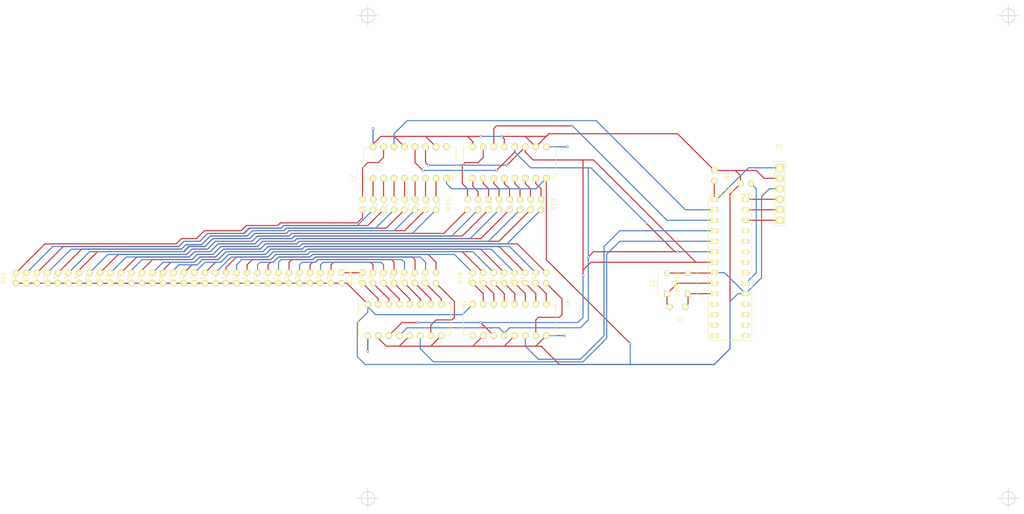
<source format=kicad_pcb>
(kicad_pcb (version 4) (host pcbnew 4.0.2-4+6225~38~ubuntu15.10.1-stable)

  (general
    (links 140)
    (no_connects 0)
    (area 23.775 25.4 271.780001 149.860001)
    (thickness 1.6)
    (drawings 4)
    (tracks 618)
    (zones 0)
    (modules 75)
    (nets 97)
  )

  (page A4)
  (layers
    (0 F.Cu signal)
    (31 B.Cu signal)
    (32 B.Adhes user)
    (33 F.Adhes user)
    (34 B.Paste user)
    (35 F.Paste user)
    (36 B.SilkS user)
    (37 F.SilkS user)
    (38 B.Mask user)
    (39 F.Mask user)
    (40 Dwgs.User user)
    (41 Cmts.User user)
    (42 Eco1.User user)
    (43 Eco2.User user)
    (44 Edge.Cuts user)
    (45 Margin user)
    (46 B.CrtYd user)
    (47 F.CrtYd user)
    (48 B.Fab user)
    (49 F.Fab user)
  )

  (setup
    (last_trace_width 0.25)
    (trace_clearance 0.2)
    (zone_clearance 0.508)
    (zone_45_only no)
    (trace_min 0.2)
    (segment_width 0.2)
    (edge_width 0.15)
    (via_size 0.6)
    (via_drill 0.4)
    (via_min_size 0.4)
    (via_min_drill 0.3)
    (uvia_size 0.3)
    (uvia_drill 0.1)
    (uvias_allowed no)
    (uvia_min_size 0.2)
    (uvia_min_drill 0.1)
    (pcb_text_width 0.3)
    (pcb_text_size 1.5 1.5)
    (mod_edge_width 0.15)
    (mod_text_size 1 1)
    (mod_text_width 0.15)
    (pad_size 1.524 1.524)
    (pad_drill 0.762)
    (pad_to_mask_clearance 0.2)
    (aux_axis_origin 0 0)
    (visible_elements FFFFFF7F)
    (pcbplotparams
      (layerselection 0x00030_80000001)
      (usegerberextensions false)
      (excludeedgelayer true)
      (linewidth 0.100000)
      (plotframeref true)
      (viasonmask false)
      (mode 1)
      (useauxorigin false)
      (hpglpennumber 1)
      (hpglpenspeed 20)
      (hpglpendiameter 15)
      (hpglpenoverlay 2)
      (psnegative false)
      (psa4output false)
      (plotreference true)
      (plotvalue true)
      (plotinvisibletext false)
      (padsonsilk false)
      (subtractmaskfromsilk false)
      (outputformat 4)
      (mirror false)
      (drillshape 2)
      (scaleselection 1)
      (outputdirectory /home/mike/source/ledpoi/hardware/leds/test1))
  )

  (net 0 "")
  (net 1 "Net-(C2-Pad1)")
  (net 2 "Net-(C1-Pad1)")
  (net 3 "Net-(D1-Pad1)")
  (net 4 GND)
  (net 5 "Net-(D2-Pad1)")
  (net 6 "Net-(D3-Pad1)")
  (net 7 "Net-(D4-Pad1)")
  (net 8 "Net-(D5-Pad1)")
  (net 9 "Net-(D6-Pad1)")
  (net 10 "Net-(D7-Pad1)")
  (net 11 "Net-(D8-Pad1)")
  (net 12 "Net-(D9-Pad1)")
  (net 13 "Net-(D10-Pad1)")
  (net 14 "Net-(D11-Pad1)")
  (net 15 "Net-(D12-Pad1)")
  (net 16 "Net-(D13-Pad1)")
  (net 17 "Net-(D14-Pad1)")
  (net 18 "Net-(D15-Pad1)")
  (net 19 "Net-(D16-Pad1)")
  (net 20 "Net-(D17-Pad1)")
  (net 21 "Net-(D18-Pad1)")
  (net 22 "Net-(D19-Pad1)")
  (net 23 "Net-(D20-Pad1)")
  (net 24 "Net-(D21-Pad1)")
  (net 25 "Net-(D22-Pad1)")
  (net 26 "Net-(D23-Pad1)")
  (net 27 "Net-(D24-Pad1)")
  (net 28 "Net-(D25-Pad1)")
  (net 29 "Net-(D26-Pad1)")
  (net 30 "Net-(D27-Pad1)")
  (net 31 "Net-(D28-Pad1)")
  (net 32 "Net-(D29-Pad1)")
  (net 33 "Net-(D30-Pad1)")
  (net 34 "Net-(D31-Pad1)")
  (net 35 "Net-(D32-Pad1)")
  (net 36 "Net-(R3-Pad2)")
  (net 37 "Net-(R4-Pad2)")
  (net 38 "Net-(R5-Pad2)")
  (net 39 "Net-(R6-Pad2)")
  (net 40 "Net-(R7-Pad2)")
  (net 41 "Net-(R8-Pad2)")
  (net 42 "Net-(R9-Pad2)")
  (net 43 "Net-(R10-Pad2)")
  (net 44 "Net-(R11-Pad2)")
  (net 45 "Net-(R12-Pad2)")
  (net 46 "Net-(R13-Pad2)")
  (net 47 "Net-(R14-Pad2)")
  (net 48 "Net-(R15-Pad2)")
  (net 49 "Net-(R16-Pad2)")
  (net 50 "Net-(R17-Pad2)")
  (net 51 "Net-(R18-Pad2)")
  (net 52 "Net-(R19-Pad2)")
  (net 53 "Net-(R20-Pad2)")
  (net 54 "Net-(R21-Pad2)")
  (net 55 "Net-(R22-Pad2)")
  (net 56 "Net-(R23-Pad2)")
  (net 57 "Net-(R24-Pad2)")
  (net 58 "Net-(R25-Pad2)")
  (net 59 "Net-(R26-Pad2)")
  (net 60 "Net-(R27-Pad2)")
  (net 61 "Net-(R28-Pad2)")
  (net 62 "Net-(R29-Pad2)")
  (net 63 "Net-(R30-Pad2)")
  (net 64 "Net-(R31-Pad2)")
  (net 65 "Net-(R32-Pad2)")
  (net 66 "Net-(R33-Pad2)")
  (net 67 "Net-(R34-Pad2)")
  (net 68 "Net-(U2-Pad9)")
  (net 69 +5V)
  (net 70 "Net-(U1-Pad7)")
  (net 71 "Net-(U1-Pad6)")
  (net 72 "Net-(U1-Pad2)")
  (net 73 "Net-(U3-Pad9)")
  (net 74 "Net-(U1-Pad3)")
  (net 75 "Net-(U4-Pad9)")
  (net 76 "Net-(U1-Pad4)")
  (net 77 "Net-(U5-Pad9)")
  (net 78 "Net-(U1-Pad5)")
  (net 79 "Net-(P1-Pad6)")
  (net 80 "Net-(P1-Pad5)")
  (net 81 "Net-(P1-Pad4)")
  (net 82 "Net-(U1-Pad25)")
  (net 83 "Net-(U1-Pad24)")
  (net 84 "Net-(U1-Pad23)")
  (net 85 "Net-(U1-Pad22)")
  (net 86 "Net-(U1-Pad21)")
  (net 87 "Net-(R2-Pad2)")
  (net 88 "Net-(U1-Pad18)")
  (net 89 "Net-(U1-Pad11)")
  (net 90 "Net-(U1-Pad17)")
  (net 91 "Net-(U1-Pad12)")
  (net 92 "Net-(U1-Pad16)")
  (net 93 "Net-(U1-Pad13)")
  (net 94 "Net-(U1-Pad15)")
  (net 95 "Net-(U1-Pad14)")
  (net 96 "Net-(P1-Pad1)")

  (net_class Default "This is the default net class."
    (clearance 0.2)
    (trace_width 0.25)
    (via_dia 0.6)
    (via_drill 0.4)
    (uvia_dia 0.3)
    (uvia_drill 0.1)
    (add_net +5V)
    (add_net GND)
    (add_net "Net-(C1-Pad1)")
    (add_net "Net-(C2-Pad1)")
    (add_net "Net-(D1-Pad1)")
    (add_net "Net-(D10-Pad1)")
    (add_net "Net-(D11-Pad1)")
    (add_net "Net-(D12-Pad1)")
    (add_net "Net-(D13-Pad1)")
    (add_net "Net-(D14-Pad1)")
    (add_net "Net-(D15-Pad1)")
    (add_net "Net-(D16-Pad1)")
    (add_net "Net-(D17-Pad1)")
    (add_net "Net-(D18-Pad1)")
    (add_net "Net-(D19-Pad1)")
    (add_net "Net-(D2-Pad1)")
    (add_net "Net-(D20-Pad1)")
    (add_net "Net-(D21-Pad1)")
    (add_net "Net-(D22-Pad1)")
    (add_net "Net-(D23-Pad1)")
    (add_net "Net-(D24-Pad1)")
    (add_net "Net-(D25-Pad1)")
    (add_net "Net-(D26-Pad1)")
    (add_net "Net-(D27-Pad1)")
    (add_net "Net-(D28-Pad1)")
    (add_net "Net-(D29-Pad1)")
    (add_net "Net-(D3-Pad1)")
    (add_net "Net-(D30-Pad1)")
    (add_net "Net-(D31-Pad1)")
    (add_net "Net-(D32-Pad1)")
    (add_net "Net-(D4-Pad1)")
    (add_net "Net-(D5-Pad1)")
    (add_net "Net-(D6-Pad1)")
    (add_net "Net-(D7-Pad1)")
    (add_net "Net-(D8-Pad1)")
    (add_net "Net-(D9-Pad1)")
    (add_net "Net-(P1-Pad1)")
    (add_net "Net-(P1-Pad4)")
    (add_net "Net-(P1-Pad5)")
    (add_net "Net-(P1-Pad6)")
    (add_net "Net-(R10-Pad2)")
    (add_net "Net-(R11-Pad2)")
    (add_net "Net-(R12-Pad2)")
    (add_net "Net-(R13-Pad2)")
    (add_net "Net-(R14-Pad2)")
    (add_net "Net-(R15-Pad2)")
    (add_net "Net-(R16-Pad2)")
    (add_net "Net-(R17-Pad2)")
    (add_net "Net-(R18-Pad2)")
    (add_net "Net-(R19-Pad2)")
    (add_net "Net-(R2-Pad2)")
    (add_net "Net-(R20-Pad2)")
    (add_net "Net-(R21-Pad2)")
    (add_net "Net-(R22-Pad2)")
    (add_net "Net-(R23-Pad2)")
    (add_net "Net-(R24-Pad2)")
    (add_net "Net-(R25-Pad2)")
    (add_net "Net-(R26-Pad2)")
    (add_net "Net-(R27-Pad2)")
    (add_net "Net-(R28-Pad2)")
    (add_net "Net-(R29-Pad2)")
    (add_net "Net-(R3-Pad2)")
    (add_net "Net-(R30-Pad2)")
    (add_net "Net-(R31-Pad2)")
    (add_net "Net-(R32-Pad2)")
    (add_net "Net-(R33-Pad2)")
    (add_net "Net-(R34-Pad2)")
    (add_net "Net-(R4-Pad2)")
    (add_net "Net-(R5-Pad2)")
    (add_net "Net-(R6-Pad2)")
    (add_net "Net-(R7-Pad2)")
    (add_net "Net-(R8-Pad2)")
    (add_net "Net-(R9-Pad2)")
    (add_net "Net-(U1-Pad11)")
    (add_net "Net-(U1-Pad12)")
    (add_net "Net-(U1-Pad13)")
    (add_net "Net-(U1-Pad14)")
    (add_net "Net-(U1-Pad15)")
    (add_net "Net-(U1-Pad16)")
    (add_net "Net-(U1-Pad17)")
    (add_net "Net-(U1-Pad18)")
    (add_net "Net-(U1-Pad2)")
    (add_net "Net-(U1-Pad21)")
    (add_net "Net-(U1-Pad22)")
    (add_net "Net-(U1-Pad23)")
    (add_net "Net-(U1-Pad24)")
    (add_net "Net-(U1-Pad25)")
    (add_net "Net-(U1-Pad3)")
    (add_net "Net-(U1-Pad4)")
    (add_net "Net-(U1-Pad5)")
    (add_net "Net-(U1-Pad6)")
    (add_net "Net-(U1-Pad7)")
    (add_net "Net-(U2-Pad9)")
    (add_net "Net-(U3-Pad9)")
    (add_net "Net-(U4-Pad9)")
    (add_net "Net-(U5-Pad9)")
  )

  (module PIC18F2450 (layer F.Cu) (tedit 56C06BD3) (tstamp 56C06E7C)
    (at 200.66 90.17 270)
    (path /56A7CF4B)
    (fp_text reference U1 (at -18.81 0 360) (layer F.SilkS)
      (effects (font (size 1.2 1.2) (thickness 0.15)))
    )
    (fp_text value PIC18F2450 (at 0 0 270) (layer F.Fab)
      (effects (font (size 1.2 1.2) (thickness 0.15)))
    )
    (fp_line (start -17.61 5.259999) (end 17.61 5.26) (layer F.SilkS) (width 0.15))
    (fp_line (start 17.61 5.26) (end 17.61 -5.259999) (layer F.SilkS) (width 0.15))
    (fp_line (start 17.61 -5.259999) (end -17.61 -5.26) (layer F.SilkS) (width 0.15))
    (fp_line (start -17.61 -5.26) (end -17.61 -1.753333) (layer F.SilkS) (width 0.15))
    (fp_line (start -17.61 -1.753333) (end -17.16 -1.753333) (layer F.SilkS) (width 0.15))
    (fp_line (start -17.16 -1.753333) (end -17.16 1.753333) (layer F.SilkS) (width 0.15))
    (fp_line (start -17.16 1.753333) (end -17.61 1.753333) (layer F.SilkS) (width 0.15))
    (fp_line (start -17.61 1.753333) (end -17.61 5.259999) (layer F.SilkS) (width 0.15))
    (pad 28 thru_hole oval (at -16.51 -3.76 270) (size 1.2 2) (drill 0.8) (layers *.Cu *.Mask F.SilkS)
      (net 81 "Net-(P1-Pad4)"))
    (pad 1 thru_hole oval (at -16.51 3.76 270) (size 1.2 2) (drill 0.8) (layers *.Cu *.Mask F.SilkS)
      (net 96 "Net-(P1-Pad1)"))
    (pad 27 thru_hole oval (at -13.97 -3.76 270) (size 1.2 2) (drill 0.8) (layers *.Cu *.Mask F.SilkS)
      (net 80 "Net-(P1-Pad5)"))
    (pad 2 thru_hole oval (at -13.97 3.76 270) (size 1.2 2) (drill 0.8) (layers *.Cu *.Mask F.SilkS)
      (net 72 "Net-(U1-Pad2)"))
    (pad 26 thru_hole oval (at -11.43 -3.76 270) (size 1.2 2) (drill 0.8) (layers *.Cu *.Mask F.SilkS)
      (net 79 "Net-(P1-Pad6)"))
    (pad 3 thru_hole oval (at -11.43 3.76 270) (size 1.2 2) (drill 0.8) (layers *.Cu *.Mask F.SilkS)
      (net 74 "Net-(U1-Pad3)"))
    (pad 25 thru_hole oval (at -8.89 -3.76 270) (size 1.2 2) (drill 0.8) (layers *.Cu *.Mask F.SilkS)
      (net 82 "Net-(U1-Pad25)"))
    (pad 4 thru_hole oval (at -8.89 3.76 270) (size 1.2 2) (drill 0.8) (layers *.Cu *.Mask F.SilkS)
      (net 76 "Net-(U1-Pad4)"))
    (pad 24 thru_hole oval (at -6.35 -3.76 270) (size 1.2 2) (drill 0.8) (layers *.Cu *.Mask F.SilkS)
      (net 83 "Net-(U1-Pad24)"))
    (pad 5 thru_hole oval (at -6.35 3.76 270) (size 1.2 2) (drill 0.8) (layers *.Cu *.Mask F.SilkS)
      (net 78 "Net-(U1-Pad5)"))
    (pad 23 thru_hole oval (at -3.81 -3.76 270) (size 1.2 2) (drill 0.8) (layers *.Cu *.Mask F.SilkS)
      (net 84 "Net-(U1-Pad23)"))
    (pad 6 thru_hole oval (at -3.81 3.76 270) (size 1.2 2) (drill 0.8) (layers *.Cu *.Mask F.SilkS)
      (net 71 "Net-(U1-Pad6)"))
    (pad 22 thru_hole oval (at -1.27 -3.76 270) (size 1.2 2) (drill 0.8) (layers *.Cu *.Mask F.SilkS)
      (net 85 "Net-(U1-Pad22)"))
    (pad 7 thru_hole oval (at -1.27 3.76 270) (size 1.2 2) (drill 0.8) (layers *.Cu *.Mask F.SilkS)
      (net 70 "Net-(U1-Pad7)"))
    (pad 21 thru_hole oval (at 1.27 -3.76 270) (size 1.2 2) (drill 0.8) (layers *.Cu *.Mask F.SilkS)
      (net 86 "Net-(U1-Pad21)"))
    (pad 8 thru_hole oval (at 1.27 3.76 270) (size 1.2 2) (drill 0.8) (layers *.Cu *.Mask F.SilkS)
      (net 4 GND))
    (pad 20 thru_hole oval (at 3.81 -3.76 270) (size 1.2 2) (drill 0.8) (layers *.Cu *.Mask F.SilkS)
      (net 87 "Net-(R2-Pad2)"))
    (pad 9 thru_hole oval (at 3.81 3.76 270) (size 1.2 2) (drill 0.8) (layers *.Cu *.Mask F.SilkS)
      (net 1 "Net-(C2-Pad1)"))
    (pad 19 thru_hole oval (at 6.35 -3.76 270) (size 1.2 2) (drill 0.8) (layers *.Cu *.Mask F.SilkS)
      (net 4 GND))
    (pad 10 thru_hole oval (at 6.35 3.76 270) (size 1.2 2) (drill 0.8) (layers *.Cu *.Mask F.SilkS)
      (net 2 "Net-(C1-Pad1)"))
    (pad 18 thru_hole oval (at 8.89 -3.76 270) (size 1.2 2) (drill 0.8) (layers *.Cu *.Mask F.SilkS)
      (net 88 "Net-(U1-Pad18)"))
    (pad 11 thru_hole oval (at 8.89 3.76 270) (size 1.2 2) (drill 0.8) (layers *.Cu *.Mask F.SilkS)
      (net 89 "Net-(U1-Pad11)"))
    (pad 17 thru_hole oval (at 11.43 -3.76 270) (size 1.2 2) (drill 0.8) (layers *.Cu *.Mask F.SilkS)
      (net 90 "Net-(U1-Pad17)"))
    (pad 12 thru_hole oval (at 11.43 3.76 270) (size 1.2 2) (drill 0.8) (layers *.Cu *.Mask F.SilkS)
      (net 91 "Net-(U1-Pad12)"))
    (pad 16 thru_hole oval (at 13.97 -3.76 270) (size 1.2 2) (drill 0.8) (layers *.Cu *.Mask F.SilkS)
      (net 92 "Net-(U1-Pad16)"))
    (pad 13 thru_hole oval (at 13.97 3.76 270) (size 1.2 2) (drill 0.8) (layers *.Cu *.Mask F.SilkS)
      (net 93 "Net-(U1-Pad13)"))
    (pad 15 thru_hole oval (at 16.51 -3.76 270) (size 1.2 2) (drill 0.8) (layers *.Cu *.Mask F.SilkS)
      (net 94 "Net-(U1-Pad15)"))
    (pad 14 thru_hole oval (at 16.51 3.76 270) (size 1.2 2) (drill 0.8) (layers *.Cu *.Mask F.SilkS)
      (net 95 "Net-(U1-Pad14)"))
  )

  (module led (layer F.Cu) (tedit 56AF10F0) (tstamp 56AF1554)
    (at 45.72 92.71 270)
    (path /56AEFC2C)
    (fp_text reference D1 (at 0 0.5 270) (layer F.SilkS)
      (effects (font (size 1 1) (thickness 0.15)))
    )
    (fp_text value LED (at 0 -0.5 270) (layer F.Fab)
      (effects (font (size 1 1) (thickness 0.15)))
    )
    (pad 1 thru_hole circle (at -1.27 -2.54 270) (size 1.524 1.524) (drill 0.762) (layers *.Cu *.Mask F.SilkS)
      (net 3 "Net-(D1-Pad1)"))
    (pad 2 thru_hole circle (at 1.27 -2.54 270) (size 1.524 1.524) (drill 0.762) (layers *.Cu *.Mask F.SilkS)
      (net 4 GND))
  )

  (module led (layer F.Cu) (tedit 56AF10F0) (tstamp 56AF155A)
    (at 48.26 92.71 270)
    (path /56AEFC69)
    (fp_text reference D2 (at 0 0.5 270) (layer F.SilkS)
      (effects (font (size 1 1) (thickness 0.15)))
    )
    (fp_text value LED (at 0 -0.5 270) (layer F.Fab)
      (effects (font (size 1 1) (thickness 0.15)))
    )
    (pad 1 thru_hole circle (at -1.27 -2.54 270) (size 1.524 1.524) (drill 0.762) (layers *.Cu *.Mask F.SilkS)
      (net 5 "Net-(D2-Pad1)"))
    (pad 2 thru_hole circle (at 1.27 -2.54 270) (size 1.524 1.524) (drill 0.762) (layers *.Cu *.Mask F.SilkS)
      (net 4 GND))
  )

  (module led (layer F.Cu) (tedit 56AF10F0) (tstamp 56AF1560)
    (at 50.8 92.71 270)
    (path /56AEFCA8)
    (fp_text reference D3 (at 0 0.5 270) (layer F.SilkS)
      (effects (font (size 1 1) (thickness 0.15)))
    )
    (fp_text value LED (at 0 -0.5 270) (layer F.Fab)
      (effects (font (size 1 1) (thickness 0.15)))
    )
    (pad 1 thru_hole circle (at -1.27 -2.54 270) (size 1.524 1.524) (drill 0.762) (layers *.Cu *.Mask F.SilkS)
      (net 6 "Net-(D3-Pad1)"))
    (pad 2 thru_hole circle (at 1.27 -2.54 270) (size 1.524 1.524) (drill 0.762) (layers *.Cu *.Mask F.SilkS)
      (net 4 GND))
  )

  (module led (layer F.Cu) (tedit 56AF10F0) (tstamp 56AF1566)
    (at 53.34 92.71 270)
    (path /56AEFCE9)
    (fp_text reference D4 (at 0 0.5 270) (layer F.SilkS)
      (effects (font (size 1 1) (thickness 0.15)))
    )
    (fp_text value LED (at 0 -0.5 270) (layer F.Fab)
      (effects (font (size 1 1) (thickness 0.15)))
    )
    (pad 1 thru_hole circle (at -1.27 -2.54 270) (size 1.524 1.524) (drill 0.762) (layers *.Cu *.Mask F.SilkS)
      (net 7 "Net-(D4-Pad1)"))
    (pad 2 thru_hole circle (at 1.27 -2.54 270) (size 1.524 1.524) (drill 0.762) (layers *.Cu *.Mask F.SilkS)
      (net 4 GND))
  )

  (module led (layer F.Cu) (tedit 56AF10F0) (tstamp 56AF156C)
    (at 55.88 92.71 270)
    (path /56AEFD2C)
    (fp_text reference D5 (at 0 0.5 270) (layer F.SilkS)
      (effects (font (size 1 1) (thickness 0.15)))
    )
    (fp_text value LED (at 0 -0.5 270) (layer F.Fab)
      (effects (font (size 1 1) (thickness 0.15)))
    )
    (pad 1 thru_hole circle (at -1.27 -2.54 270) (size 1.524 1.524) (drill 0.762) (layers *.Cu *.Mask F.SilkS)
      (net 8 "Net-(D5-Pad1)"))
    (pad 2 thru_hole circle (at 1.27 -2.54 270) (size 1.524 1.524) (drill 0.762) (layers *.Cu *.Mask F.SilkS)
      (net 4 GND))
  )

  (module led (layer F.Cu) (tedit 56AF10F0) (tstamp 56AF1572)
    (at 58.42 92.71 270)
    (path /56AEFD71)
    (fp_text reference D6 (at 0 0.5 270) (layer F.SilkS)
      (effects (font (size 1 1) (thickness 0.15)))
    )
    (fp_text value LED (at 0 -0.5 270) (layer F.Fab)
      (effects (font (size 1 1) (thickness 0.15)))
    )
    (pad 1 thru_hole circle (at -1.27 -2.54 270) (size 1.524 1.524) (drill 0.762) (layers *.Cu *.Mask F.SilkS)
      (net 9 "Net-(D6-Pad1)"))
    (pad 2 thru_hole circle (at 1.27 -2.54 270) (size 1.524 1.524) (drill 0.762) (layers *.Cu *.Mask F.SilkS)
      (net 4 GND))
  )

  (module led (layer F.Cu) (tedit 56AF10F0) (tstamp 56AF1578)
    (at 60.96 92.71 270)
    (path /56AEFDB8)
    (fp_text reference D7 (at 0 0.5 270) (layer F.SilkS)
      (effects (font (size 1 1) (thickness 0.15)))
    )
    (fp_text value LED (at 0 -0.5 270) (layer F.Fab)
      (effects (font (size 1 1) (thickness 0.15)))
    )
    (pad 1 thru_hole circle (at -1.27 -2.54 270) (size 1.524 1.524) (drill 0.762) (layers *.Cu *.Mask F.SilkS)
      (net 10 "Net-(D7-Pad1)"))
    (pad 2 thru_hole circle (at 1.27 -2.54 270) (size 1.524 1.524) (drill 0.762) (layers *.Cu *.Mask F.SilkS)
      (net 4 GND))
  )

  (module led (layer F.Cu) (tedit 56AF10F0) (tstamp 56AF157E)
    (at 63.5 92.71 270)
    (path /56AEFE01)
    (fp_text reference D8 (at 0 0.5 270) (layer F.SilkS)
      (effects (font (size 1 1) (thickness 0.15)))
    )
    (fp_text value LED (at 0 -0.5 270) (layer F.Fab)
      (effects (font (size 1 1) (thickness 0.15)))
    )
    (pad 1 thru_hole circle (at -1.27 -2.54 270) (size 1.524 1.524) (drill 0.762) (layers *.Cu *.Mask F.SilkS)
      (net 11 "Net-(D8-Pad1)"))
    (pad 2 thru_hole circle (at 1.27 -2.54 270) (size 1.524 1.524) (drill 0.762) (layers *.Cu *.Mask F.SilkS)
      (net 4 GND))
  )

  (module led (layer F.Cu) (tedit 56AF10F0) (tstamp 56AF1584)
    (at 66.04 92.71 270)
    (path /56AF041E)
    (fp_text reference D9 (at 0 0.5 270) (layer F.SilkS)
      (effects (font (size 1 1) (thickness 0.15)))
    )
    (fp_text value LED (at 0 -0.5 270) (layer F.Fab)
      (effects (font (size 1 1) (thickness 0.15)))
    )
    (pad 1 thru_hole circle (at -1.27 -2.54 270) (size 1.524 1.524) (drill 0.762) (layers *.Cu *.Mask F.SilkS)
      (net 12 "Net-(D9-Pad1)"))
    (pad 2 thru_hole circle (at 1.27 -2.54 270) (size 1.524 1.524) (drill 0.762) (layers *.Cu *.Mask F.SilkS)
      (net 4 GND))
  )

  (module led (layer F.Cu) (tedit 56AF10F0) (tstamp 56AF158A)
    (at 68.58 92.71 270)
    (path /56AF047B)
    (fp_text reference D10 (at 0 0.5 270) (layer F.SilkS)
      (effects (font (size 1 1) (thickness 0.15)))
    )
    (fp_text value LED (at 0 -0.5 270) (layer F.Fab)
      (effects (font (size 1 1) (thickness 0.15)))
    )
    (pad 1 thru_hole circle (at -1.27 -2.54 270) (size 1.524 1.524) (drill 0.762) (layers *.Cu *.Mask F.SilkS)
      (net 13 "Net-(D10-Pad1)"))
    (pad 2 thru_hole circle (at 1.27 -2.54 270) (size 1.524 1.524) (drill 0.762) (layers *.Cu *.Mask F.SilkS)
      (net 4 GND))
  )

  (module led (layer F.Cu) (tedit 56AF10F0) (tstamp 56AF1590)
    (at 71.12 92.71 270)
    (path /56AF04DA)
    (fp_text reference D11 (at 0 0.5 270) (layer F.SilkS)
      (effects (font (size 1 1) (thickness 0.15)))
    )
    (fp_text value LED (at 0 -0.5 270) (layer F.Fab)
      (effects (font (size 1 1) (thickness 0.15)))
    )
    (pad 1 thru_hole circle (at -1.27 -2.54 270) (size 1.524 1.524) (drill 0.762) (layers *.Cu *.Mask F.SilkS)
      (net 14 "Net-(D11-Pad1)"))
    (pad 2 thru_hole circle (at 1.27 -2.54 270) (size 1.524 1.524) (drill 0.762) (layers *.Cu *.Mask F.SilkS)
      (net 4 GND))
  )

  (module led (layer F.Cu) (tedit 56AF10F0) (tstamp 56AF1596)
    (at 73.66 92.71 270)
    (path /56AF053B)
    (fp_text reference D12 (at 0 0.5 270) (layer F.SilkS)
      (effects (font (size 1 1) (thickness 0.15)))
    )
    (fp_text value LED (at 0 -0.5 270) (layer F.Fab)
      (effects (font (size 1 1) (thickness 0.15)))
    )
    (pad 1 thru_hole circle (at -1.27 -2.54 270) (size 1.524 1.524) (drill 0.762) (layers *.Cu *.Mask F.SilkS)
      (net 15 "Net-(D12-Pad1)"))
    (pad 2 thru_hole circle (at 1.27 -2.54 270) (size 1.524 1.524) (drill 0.762) (layers *.Cu *.Mask F.SilkS)
      (net 4 GND))
  )

  (module led (layer F.Cu) (tedit 56AF10F0) (tstamp 56AF159C)
    (at 76.2 92.71 270)
    (path /56AF059E)
    (fp_text reference D13 (at 0 0.5 270) (layer F.SilkS)
      (effects (font (size 1 1) (thickness 0.15)))
    )
    (fp_text value LED (at 0 -0.5 270) (layer F.Fab)
      (effects (font (size 1 1) (thickness 0.15)))
    )
    (pad 1 thru_hole circle (at -1.27 -2.54 270) (size 1.524 1.524) (drill 0.762) (layers *.Cu *.Mask F.SilkS)
      (net 16 "Net-(D13-Pad1)"))
    (pad 2 thru_hole circle (at 1.27 -2.54 270) (size 1.524 1.524) (drill 0.762) (layers *.Cu *.Mask F.SilkS)
      (net 4 GND))
  )

  (module led (layer F.Cu) (tedit 56AF10F0) (tstamp 56AF15A2)
    (at 78.74 92.71 270)
    (path /56AF0603)
    (fp_text reference D14 (at 0 0.5 270) (layer F.SilkS)
      (effects (font (size 1 1) (thickness 0.15)))
    )
    (fp_text value LED (at 0 -0.5 270) (layer F.Fab)
      (effects (font (size 1 1) (thickness 0.15)))
    )
    (pad 1 thru_hole circle (at -1.27 -2.54 270) (size 1.524 1.524) (drill 0.762) (layers *.Cu *.Mask F.SilkS)
      (net 17 "Net-(D14-Pad1)"))
    (pad 2 thru_hole circle (at 1.27 -2.54 270) (size 1.524 1.524) (drill 0.762) (layers *.Cu *.Mask F.SilkS)
      (net 4 GND))
  )

  (module led (layer F.Cu) (tedit 56AF10F0) (tstamp 56AF15A8)
    (at 81.28 92.71 270)
    (path /56AF066A)
    (fp_text reference D15 (at 0 0.5 270) (layer F.SilkS)
      (effects (font (size 1 1) (thickness 0.15)))
    )
    (fp_text value LED (at 0 -0.5 270) (layer F.Fab)
      (effects (font (size 1 1) (thickness 0.15)))
    )
    (pad 1 thru_hole circle (at -1.27 -2.54 270) (size 1.524 1.524) (drill 0.762) (layers *.Cu *.Mask F.SilkS)
      (net 18 "Net-(D15-Pad1)"))
    (pad 2 thru_hole circle (at 1.27 -2.54 270) (size 1.524 1.524) (drill 0.762) (layers *.Cu *.Mask F.SilkS)
      (net 4 GND))
  )

  (module led (layer F.Cu) (tedit 56AF10F0) (tstamp 56AF15AE)
    (at 83.82 92.71 270)
    (path /56AF06D3)
    (fp_text reference D16 (at 0 0.5 270) (layer F.SilkS)
      (effects (font (size 1 1) (thickness 0.15)))
    )
    (fp_text value LED (at 0 -0.5 270) (layer F.Fab)
      (effects (font (size 1 1) (thickness 0.15)))
    )
    (pad 1 thru_hole circle (at -1.27 -2.54 270) (size 1.524 1.524) (drill 0.762) (layers *.Cu *.Mask F.SilkS)
      (net 19 "Net-(D16-Pad1)"))
    (pad 2 thru_hole circle (at 1.27 -2.54 270) (size 1.524 1.524) (drill 0.762) (layers *.Cu *.Mask F.SilkS)
      (net 4 GND))
  )

  (module led (layer F.Cu) (tedit 56AF10F0) (tstamp 56AF15B4)
    (at 86.36 92.71 270)
    (path /56AEFE4C)
    (fp_text reference D17 (at 0 0.5 270) (layer F.SilkS)
      (effects (font (size 1 1) (thickness 0.15)))
    )
    (fp_text value LED (at 0 -0.5 270) (layer F.Fab)
      (effects (font (size 1 1) (thickness 0.15)))
    )
    (pad 1 thru_hole circle (at -1.27 -2.54 270) (size 1.524 1.524) (drill 0.762) (layers *.Cu *.Mask F.SilkS)
      (net 20 "Net-(D17-Pad1)"))
    (pad 2 thru_hole circle (at 1.27 -2.54 270) (size 1.524 1.524) (drill 0.762) (layers *.Cu *.Mask F.SilkS)
      (net 4 GND))
  )

  (module led (layer F.Cu) (tedit 56AF10F0) (tstamp 56AF15BA)
    (at 88.9 92.71 270)
    (path /56AEFE99)
    (fp_text reference D18 (at 0 0.5 270) (layer F.SilkS)
      (effects (font (size 1 1) (thickness 0.15)))
    )
    (fp_text value LED (at 0 -0.5 270) (layer F.Fab)
      (effects (font (size 1 1) (thickness 0.15)))
    )
    (pad 1 thru_hole circle (at -1.27 -2.54 270) (size 1.524 1.524) (drill 0.762) (layers *.Cu *.Mask F.SilkS)
      (net 21 "Net-(D18-Pad1)"))
    (pad 2 thru_hole circle (at 1.27 -2.54 270) (size 1.524 1.524) (drill 0.762) (layers *.Cu *.Mask F.SilkS)
      (net 4 GND))
  )

  (module led (layer F.Cu) (tedit 56AF10F0) (tstamp 56AF15C0)
    (at 91.44 92.71 270)
    (path /56AEFEE8)
    (fp_text reference D19 (at 0 0.5 270) (layer F.SilkS)
      (effects (font (size 1 1) (thickness 0.15)))
    )
    (fp_text value LED (at 0 -0.5 270) (layer F.Fab)
      (effects (font (size 1 1) (thickness 0.15)))
    )
    (pad 1 thru_hole circle (at -1.27 -2.54 270) (size 1.524 1.524) (drill 0.762) (layers *.Cu *.Mask F.SilkS)
      (net 22 "Net-(D19-Pad1)"))
    (pad 2 thru_hole circle (at 1.27 -2.54 270) (size 1.524 1.524) (drill 0.762) (layers *.Cu *.Mask F.SilkS)
      (net 4 GND))
  )

  (module led (layer F.Cu) (tedit 56AF10F0) (tstamp 56AF15C6)
    (at 93.98 92.71 270)
    (path /56AEFF39)
    (fp_text reference D20 (at 0 0.5 270) (layer F.SilkS)
      (effects (font (size 1 1) (thickness 0.15)))
    )
    (fp_text value LED (at 0 -0.5 270) (layer F.Fab)
      (effects (font (size 1 1) (thickness 0.15)))
    )
    (pad 1 thru_hole circle (at -1.27 -2.54 270) (size 1.524 1.524) (drill 0.762) (layers *.Cu *.Mask F.SilkS)
      (net 23 "Net-(D20-Pad1)"))
    (pad 2 thru_hole circle (at 1.27 -2.54 270) (size 1.524 1.524) (drill 0.762) (layers *.Cu *.Mask F.SilkS)
      (net 4 GND))
  )

  (module led (layer F.Cu) (tedit 56AF10F0) (tstamp 56AF15CC)
    (at 96.52 92.71 270)
    (path /56AEFF8C)
    (fp_text reference D21 (at 0 0.5 270) (layer F.SilkS)
      (effects (font (size 1 1) (thickness 0.15)))
    )
    (fp_text value LED (at 0 -0.5 270) (layer F.Fab)
      (effects (font (size 1 1) (thickness 0.15)))
    )
    (pad 1 thru_hole circle (at -1.27 -2.54 270) (size 1.524 1.524) (drill 0.762) (layers *.Cu *.Mask F.SilkS)
      (net 24 "Net-(D21-Pad1)"))
    (pad 2 thru_hole circle (at 1.27 -2.54 270) (size 1.524 1.524) (drill 0.762) (layers *.Cu *.Mask F.SilkS)
      (net 4 GND))
  )

  (module led (layer F.Cu) (tedit 56AF10F0) (tstamp 56AF15D2)
    (at 99.06 92.71 270)
    (path /56AEFFE1)
    (fp_text reference D22 (at 0 0.5 270) (layer F.SilkS)
      (effects (font (size 1 1) (thickness 0.15)))
    )
    (fp_text value LED (at 0 -0.5 270) (layer F.Fab)
      (effects (font (size 1 1) (thickness 0.15)))
    )
    (pad 1 thru_hole circle (at -1.27 -2.54 270) (size 1.524 1.524) (drill 0.762) (layers *.Cu *.Mask F.SilkS)
      (net 25 "Net-(D22-Pad1)"))
    (pad 2 thru_hole circle (at 1.27 -2.54 270) (size 1.524 1.524) (drill 0.762) (layers *.Cu *.Mask F.SilkS)
      (net 4 GND))
  )

  (module led (layer F.Cu) (tedit 56AF10F0) (tstamp 56AF15D8)
    (at 101.6 92.71 270)
    (path /56AF0038)
    (fp_text reference D23 (at 0 0.5 270) (layer F.SilkS)
      (effects (font (size 1 1) (thickness 0.15)))
    )
    (fp_text value LED (at 0 -0.5 270) (layer F.Fab)
      (effects (font (size 1 1) (thickness 0.15)))
    )
    (pad 1 thru_hole circle (at -1.27 -2.54 270) (size 1.524 1.524) (drill 0.762) (layers *.Cu *.Mask F.SilkS)
      (net 26 "Net-(D23-Pad1)"))
    (pad 2 thru_hole circle (at 1.27 -2.54 270) (size 1.524 1.524) (drill 0.762) (layers *.Cu *.Mask F.SilkS)
      (net 4 GND))
  )

  (module led (layer F.Cu) (tedit 56AF10F0) (tstamp 56AF15DE)
    (at 104.14 92.71 270)
    (path /56AF0091)
    (fp_text reference D24 (at 0 0.5 270) (layer F.SilkS)
      (effects (font (size 1 1) (thickness 0.15)))
    )
    (fp_text value LED (at 0 -0.5 270) (layer F.Fab)
      (effects (font (size 1 1) (thickness 0.15)))
    )
    (pad 1 thru_hole circle (at -1.27 -2.54 270) (size 1.524 1.524) (drill 0.762) (layers *.Cu *.Mask F.SilkS)
      (net 27 "Net-(D24-Pad1)"))
    (pad 2 thru_hole circle (at 1.27 -2.54 270) (size 1.524 1.524) (drill 0.762) (layers *.Cu *.Mask F.SilkS)
      (net 4 GND))
  )

  (module led (layer F.Cu) (tedit 56AF10F0) (tstamp 56AF15E4)
    (at 25.4 92.71 270)
    (path /56AEFA25)
    (fp_text reference D25 (at 0 0.5 270) (layer F.SilkS)
      (effects (font (size 1 1) (thickness 0.15)))
    )
    (fp_text value LED (at 0 -0.5 270) (layer F.Fab)
      (effects (font (size 1 1) (thickness 0.15)))
    )
    (pad 1 thru_hole circle (at -1.27 -2.54 270) (size 1.524 1.524) (drill 0.762) (layers *.Cu *.Mask F.SilkS)
      (net 28 "Net-(D25-Pad1)"))
    (pad 2 thru_hole circle (at 1.27 -2.54 270) (size 1.524 1.524) (drill 0.762) (layers *.Cu *.Mask F.SilkS)
      (net 4 GND))
  )

  (module led (layer F.Cu) (tedit 56AF10F0) (tstamp 56AF15EA)
    (at 27.94 92.71 270)
    (path /56AEFA64)
    (fp_text reference D26 (at 0 0.5 270) (layer F.SilkS)
      (effects (font (size 1 1) (thickness 0.15)))
    )
    (fp_text value LED (at 0 -0.5 270) (layer F.Fab)
      (effects (font (size 1 1) (thickness 0.15)))
    )
    (pad 1 thru_hole circle (at -1.27 -2.54 270) (size 1.524 1.524) (drill 0.762) (layers *.Cu *.Mask F.SilkS)
      (net 29 "Net-(D26-Pad1)"))
    (pad 2 thru_hole circle (at 1.27 -2.54 270) (size 1.524 1.524) (drill 0.762) (layers *.Cu *.Mask F.SilkS)
      (net 4 GND))
  )

  (module led (layer F.Cu) (tedit 56AF10F0) (tstamp 56AF15F0)
    (at 30.48 92.71 270)
    (path /56AEFA99)
    (fp_text reference D27 (at 0 0.5 270) (layer F.SilkS)
      (effects (font (size 1 1) (thickness 0.15)))
    )
    (fp_text value LED (at 0 -0.5 270) (layer F.Fab)
      (effects (font (size 1 1) (thickness 0.15)))
    )
    (pad 1 thru_hole circle (at -1.27 -2.54 270) (size 1.524 1.524) (drill 0.762) (layers *.Cu *.Mask F.SilkS)
      (net 30 "Net-(D27-Pad1)"))
    (pad 2 thru_hole circle (at 1.27 -2.54 270) (size 1.524 1.524) (drill 0.762) (layers *.Cu *.Mask F.SilkS)
      (net 4 GND))
  )

  (module led (layer F.Cu) (tedit 56AF10F0) (tstamp 56AF15F6)
    (at 33.02 92.71 270)
    (path /56AEFAD6)
    (fp_text reference D28 (at 0 0.5 270) (layer F.SilkS)
      (effects (font (size 1 1) (thickness 0.15)))
    )
    (fp_text value LED (at 0 -0.5 270) (layer F.Fab)
      (effects (font (size 1 1) (thickness 0.15)))
    )
    (pad 1 thru_hole circle (at -1.27 -2.54 270) (size 1.524 1.524) (drill 0.762) (layers *.Cu *.Mask F.SilkS)
      (net 31 "Net-(D28-Pad1)"))
    (pad 2 thru_hole circle (at 1.27 -2.54 270) (size 1.524 1.524) (drill 0.762) (layers *.Cu *.Mask F.SilkS)
      (net 4 GND))
  )

  (module led (layer F.Cu) (tedit 56AF10F0) (tstamp 56AF15FC)
    (at 35.56 92.71 270)
    (path /56AEFB4C)
    (fp_text reference D29 (at 0 0.5 270) (layer F.SilkS)
      (effects (font (size 1 1) (thickness 0.15)))
    )
    (fp_text value LED (at 0 -0.5 270) (layer F.Fab)
      (effects (font (size 1 1) (thickness 0.15)))
    )
    (pad 1 thru_hole circle (at -1.27 -2.54 270) (size 1.524 1.524) (drill 0.762) (layers *.Cu *.Mask F.SilkS)
      (net 32 "Net-(D29-Pad1)"))
    (pad 2 thru_hole circle (at 1.27 -2.54 270) (size 1.524 1.524) (drill 0.762) (layers *.Cu *.Mask F.SilkS)
      (net 4 GND))
  )

  (module led (layer F.Cu) (tedit 56AF10F0) (tstamp 56AF1602)
    (at 38.1 92.71 270)
    (path /56AEFB81)
    (fp_text reference D30 (at 0 0.5 270) (layer F.SilkS)
      (effects (font (size 1 1) (thickness 0.15)))
    )
    (fp_text value LED (at 0 -0.5 270) (layer F.Fab)
      (effects (font (size 1 1) (thickness 0.15)))
    )
    (pad 1 thru_hole circle (at -1.27 -2.54 270) (size 1.524 1.524) (drill 0.762) (layers *.Cu *.Mask F.SilkS)
      (net 33 "Net-(D30-Pad1)"))
    (pad 2 thru_hole circle (at 1.27 -2.54 270) (size 1.524 1.524) (drill 0.762) (layers *.Cu *.Mask F.SilkS)
      (net 4 GND))
  )

  (module led (layer F.Cu) (tedit 56AF10F0) (tstamp 56AF1608)
    (at 40.64 92.71 270)
    (path /56AEFBB8)
    (fp_text reference D31 (at 0 0.5 270) (layer F.SilkS)
      (effects (font (size 1 1) (thickness 0.15)))
    )
    (fp_text value LED (at 0 -0.5 270) (layer F.Fab)
      (effects (font (size 1 1) (thickness 0.15)))
    )
    (pad 1 thru_hole circle (at -1.27 -2.54 270) (size 1.524 1.524) (drill 0.762) (layers *.Cu *.Mask F.SilkS)
      (net 34 "Net-(D31-Pad1)"))
    (pad 2 thru_hole circle (at 1.27 -2.54 270) (size 1.524 1.524) (drill 0.762) (layers *.Cu *.Mask F.SilkS)
      (net 4 GND))
  )

  (module led (layer F.Cu) (tedit 56AF10F0) (tstamp 56AF160E)
    (at 43.18 92.71 270)
    (path /56AEFBF1)
    (fp_text reference D32 (at 0 0.5 270) (layer F.SilkS)
      (effects (font (size 1 1) (thickness 0.15)))
    )
    (fp_text value LED (at 0 -0.5 270) (layer F.Fab)
      (effects (font (size 1 1) (thickness 0.15)))
    )
    (pad 1 thru_hole circle (at -1.27 -2.54 270) (size 1.524 1.524) (drill 0.762) (layers *.Cu *.Mask F.SilkS)
      (net 35 "Net-(D32-Pad1)"))
    (pad 2 thru_hole circle (at 1.27 -2.54 270) (size 1.524 1.524) (drill 0.762) (layers *.Cu *.Mask F.SilkS)
      (net 4 GND))
  )

  (module resistor (layer F.Cu) (tedit 56AF1325) (tstamp 56AF1614)
    (at 139.7 74.93 90)
    (path /56AF113C)
    (fp_text reference R3 (at 0 0.5 90) (layer F.SilkS)
      (effects (font (size 1 1) (thickness 0.15)))
    )
    (fp_text value 100 (at 0 -0.5 90) (layer F.Fab)
      (effects (font (size 1 1) (thickness 0.15)))
    )
    (pad 1 thru_hole circle (at -1.27 -2.54 90) (size 1.524 1.524) (drill 0.762) (layers *.Cu *.Mask F.SilkS)
      (net 3 "Net-(D1-Pad1)"))
    (pad 2 thru_hole circle (at 1.27 -2.54 90) (size 1.524 1.524) (drill 0.762) (layers *.Cu *.Mask F.SilkS)
      (net 36 "Net-(R3-Pad2)"))
  )

  (module resistor (layer F.Cu) (tedit 56AF1325) (tstamp 56AF161A)
    (at 142.24 74.93 90)
    (path /56AF1202)
    (fp_text reference R4 (at 0 0.5 90) (layer F.SilkS)
      (effects (font (size 1 1) (thickness 0.15)))
    )
    (fp_text value 100 (at 0 -0.5 90) (layer F.Fab)
      (effects (font (size 1 1) (thickness 0.15)))
    )
    (pad 1 thru_hole circle (at -1.27 -2.54 90) (size 1.524 1.524) (drill 0.762) (layers *.Cu *.Mask F.SilkS)
      (net 5 "Net-(D2-Pad1)"))
    (pad 2 thru_hole circle (at 1.27 -2.54 90) (size 1.524 1.524) (drill 0.762) (layers *.Cu *.Mask F.SilkS)
      (net 37 "Net-(R4-Pad2)"))
  )

  (module resistor (layer F.Cu) (tedit 56AF1325) (tstamp 56AF1620)
    (at 144.78 74.93 90)
    (path /56AF12B5)
    (fp_text reference R5 (at 0 0.5 90) (layer F.SilkS)
      (effects (font (size 1 1) (thickness 0.15)))
    )
    (fp_text value 100 (at 0 -0.5 90) (layer F.Fab)
      (effects (font (size 1 1) (thickness 0.15)))
    )
    (pad 1 thru_hole circle (at -1.27 -2.54 90) (size 1.524 1.524) (drill 0.762) (layers *.Cu *.Mask F.SilkS)
      (net 6 "Net-(D3-Pad1)"))
    (pad 2 thru_hole circle (at 1.27 -2.54 90) (size 1.524 1.524) (drill 0.762) (layers *.Cu *.Mask F.SilkS)
      (net 38 "Net-(R5-Pad2)"))
  )

  (module resistor (layer F.Cu) (tedit 56AF1325) (tstamp 56AF1626)
    (at 147.32 74.93 90)
    (path /56AF1367)
    (fp_text reference R6 (at 0 0.5 90) (layer F.SilkS)
      (effects (font (size 1 1) (thickness 0.15)))
    )
    (fp_text value 100 (at 0 -0.5 90) (layer F.Fab)
      (effects (font (size 1 1) (thickness 0.15)))
    )
    (pad 1 thru_hole circle (at -1.27 -2.54 90) (size 1.524 1.524) (drill 0.762) (layers *.Cu *.Mask F.SilkS)
      (net 7 "Net-(D4-Pad1)"))
    (pad 2 thru_hole circle (at 1.27 -2.54 90) (size 1.524 1.524) (drill 0.762) (layers *.Cu *.Mask F.SilkS)
      (net 39 "Net-(R6-Pad2)"))
  )

  (module resistor (layer F.Cu) (tedit 56AF1325) (tstamp 56AF162C)
    (at 149.86 74.93 90)
    (path /56AF141C)
    (fp_text reference R7 (at 0 0.5 90) (layer F.SilkS)
      (effects (font (size 1 1) (thickness 0.15)))
    )
    (fp_text value 100 (at 0 -0.5 90) (layer F.Fab)
      (effects (font (size 1 1) (thickness 0.15)))
    )
    (pad 1 thru_hole circle (at -1.27 -2.54 90) (size 1.524 1.524) (drill 0.762) (layers *.Cu *.Mask F.SilkS)
      (net 8 "Net-(D5-Pad1)"))
    (pad 2 thru_hole circle (at 1.27 -2.54 90) (size 1.524 1.524) (drill 0.762) (layers *.Cu *.Mask F.SilkS)
      (net 40 "Net-(R7-Pad2)"))
  )

  (module resistor (layer F.Cu) (tedit 56AF1325) (tstamp 56AF1632)
    (at 152.4 74.93 90)
    (path /56AF14D8)
    (fp_text reference R8 (at 0 0.5 90) (layer F.SilkS)
      (effects (font (size 1 1) (thickness 0.15)))
    )
    (fp_text value 100 (at 0 -0.5 90) (layer F.Fab)
      (effects (font (size 1 1) (thickness 0.15)))
    )
    (pad 1 thru_hole circle (at -1.27 -2.54 90) (size 1.524 1.524) (drill 0.762) (layers *.Cu *.Mask F.SilkS)
      (net 9 "Net-(D6-Pad1)"))
    (pad 2 thru_hole circle (at 1.27 -2.54 90) (size 1.524 1.524) (drill 0.762) (layers *.Cu *.Mask F.SilkS)
      (net 41 "Net-(R8-Pad2)"))
  )

  (module resistor (layer F.Cu) (tedit 56AF1325) (tstamp 56AF1638)
    (at 154.94 74.93 90)
    (path /56AF1593)
    (fp_text reference R9 (at 0 0.5 90) (layer F.SilkS)
      (effects (font (size 1 1) (thickness 0.15)))
    )
    (fp_text value 100 (at 0 -0.5 90) (layer F.Fab)
      (effects (font (size 1 1) (thickness 0.15)))
    )
    (pad 1 thru_hole circle (at -1.27 -2.54 90) (size 1.524 1.524) (drill 0.762) (layers *.Cu *.Mask F.SilkS)
      (net 10 "Net-(D7-Pad1)"))
    (pad 2 thru_hole circle (at 1.27 -2.54 90) (size 1.524 1.524) (drill 0.762) (layers *.Cu *.Mask F.SilkS)
      (net 42 "Net-(R9-Pad2)"))
  )

  (module resistor (layer F.Cu) (tedit 56AF1325) (tstamp 56AF163E)
    (at 157.48 74.93 90)
    (path /56AF1651)
    (fp_text reference R10 (at 0 0.5 90) (layer F.SilkS)
      (effects (font (size 1 1) (thickness 0.15)))
    )
    (fp_text value 100 (at 0 -0.5 90) (layer F.Fab)
      (effects (font (size 1 1) (thickness 0.15)))
    )
    (pad 1 thru_hole circle (at -1.27 -2.54 90) (size 1.524 1.524) (drill 0.762) (layers *.Cu *.Mask F.SilkS)
      (net 11 "Net-(D8-Pad1)"))
    (pad 2 thru_hole circle (at 1.27 -2.54 90) (size 1.524 1.524) (drill 0.762) (layers *.Cu *.Mask F.SilkS)
      (net 43 "Net-(R10-Pad2)"))
  )

  (module resistor (layer F.Cu) (tedit 56AF1325) (tstamp 56AF1644)
    (at 153.67 92.71 270)
    (path /56AF1712)
    (fp_text reference R11 (at 0 0.5 270) (layer F.SilkS)
      (effects (font (size 1 1) (thickness 0.15)))
    )
    (fp_text value 100 (at 0 -0.5 270) (layer F.Fab)
      (effects (font (size 1 1) (thickness 0.15)))
    )
    (pad 1 thru_hole circle (at -1.27 -2.54 270) (size 1.524 1.524) (drill 0.762) (layers *.Cu *.Mask F.SilkS)
      (net 12 "Net-(D9-Pad1)"))
    (pad 2 thru_hole circle (at 1.27 -2.54 270) (size 1.524 1.524) (drill 0.762) (layers *.Cu *.Mask F.SilkS)
      (net 44 "Net-(R11-Pad2)"))
  )

  (module resistor (layer F.Cu) (tedit 56AF1325) (tstamp 56AF164A)
    (at 151.13 92.71 270)
    (path /56AF17EC)
    (fp_text reference R12 (at 0 0.5 270) (layer F.SilkS)
      (effects (font (size 1 1) (thickness 0.15)))
    )
    (fp_text value 100 (at 0 -0.5 270) (layer F.Fab)
      (effects (font (size 1 1) (thickness 0.15)))
    )
    (pad 1 thru_hole circle (at -1.27 -2.54 270) (size 1.524 1.524) (drill 0.762) (layers *.Cu *.Mask F.SilkS)
      (net 13 "Net-(D10-Pad1)"))
    (pad 2 thru_hole circle (at 1.27 -2.54 270) (size 1.524 1.524) (drill 0.762) (layers *.Cu *.Mask F.SilkS)
      (net 45 "Net-(R12-Pad2)"))
  )

  (module resistor (layer F.Cu) (tedit 56AF1325) (tstamp 56AF1650)
    (at 148.59 92.71 270)
    (path /56AF18B3)
    (fp_text reference R13 (at 0 0.5 270) (layer F.SilkS)
      (effects (font (size 1 1) (thickness 0.15)))
    )
    (fp_text value 100 (at 0 -0.5 270) (layer F.Fab)
      (effects (font (size 1 1) (thickness 0.15)))
    )
    (pad 1 thru_hole circle (at -1.27 -2.54 270) (size 1.524 1.524) (drill 0.762) (layers *.Cu *.Mask F.SilkS)
      (net 14 "Net-(D11-Pad1)"))
    (pad 2 thru_hole circle (at 1.27 -2.54 270) (size 1.524 1.524) (drill 0.762) (layers *.Cu *.Mask F.SilkS)
      (net 46 "Net-(R13-Pad2)"))
  )

  (module resistor (layer F.Cu) (tedit 56AF1325) (tstamp 56AF1656)
    (at 146.05 92.71 270)
    (path /56AF197D)
    (fp_text reference R14 (at 0 0.5 270) (layer F.SilkS)
      (effects (font (size 1 1) (thickness 0.15)))
    )
    (fp_text value 100 (at 0 -0.5 270) (layer F.Fab)
      (effects (font (size 1 1) (thickness 0.15)))
    )
    (pad 1 thru_hole circle (at -1.27 -2.54 270) (size 1.524 1.524) (drill 0.762) (layers *.Cu *.Mask F.SilkS)
      (net 15 "Net-(D12-Pad1)"))
    (pad 2 thru_hole circle (at 1.27 -2.54 270) (size 1.524 1.524) (drill 0.762) (layers *.Cu *.Mask F.SilkS)
      (net 47 "Net-(R14-Pad2)"))
  )

  (module resistor (layer F.Cu) (tedit 56AF1325) (tstamp 56AF165C)
    (at 143.51 92.71 270)
    (path /56AF1A4A)
    (fp_text reference R15 (at 0 0.5 270) (layer F.SilkS)
      (effects (font (size 1 1) (thickness 0.15)))
    )
    (fp_text value 100 (at 0 -0.5 270) (layer F.Fab)
      (effects (font (size 1 1) (thickness 0.15)))
    )
    (pad 1 thru_hole circle (at -1.27 -2.54 270) (size 1.524 1.524) (drill 0.762) (layers *.Cu *.Mask F.SilkS)
      (net 16 "Net-(D13-Pad1)"))
    (pad 2 thru_hole circle (at 1.27 -2.54 270) (size 1.524 1.524) (drill 0.762) (layers *.Cu *.Mask F.SilkS)
      (net 48 "Net-(R15-Pad2)"))
  )

  (module resistor (layer F.Cu) (tedit 56AF1325) (tstamp 56AF1662)
    (at 140.97 92.71 270)
    (path /56AF1B1A)
    (fp_text reference R16 (at 0 0.5 270) (layer F.SilkS)
      (effects (font (size 1 1) (thickness 0.15)))
    )
    (fp_text value 100 (at 0 -0.5 270) (layer F.Fab)
      (effects (font (size 1 1) (thickness 0.15)))
    )
    (pad 1 thru_hole circle (at -1.27 -2.54 270) (size 1.524 1.524) (drill 0.762) (layers *.Cu *.Mask F.SilkS)
      (net 17 "Net-(D14-Pad1)"))
    (pad 2 thru_hole circle (at 1.27 -2.54 270) (size 1.524 1.524) (drill 0.762) (layers *.Cu *.Mask F.SilkS)
      (net 49 "Net-(R16-Pad2)"))
  )

  (module resistor (layer F.Cu) (tedit 56AF1325) (tstamp 56AF1668)
    (at 138.43 92.71 270)
    (path /56AF1BED)
    (fp_text reference R17 (at 0 0.5 270) (layer F.SilkS)
      (effects (font (size 1 1) (thickness 0.15)))
    )
    (fp_text value 100 (at 0 -0.5 270) (layer F.Fab)
      (effects (font (size 1 1) (thickness 0.15)))
    )
    (pad 1 thru_hole circle (at -1.27 -2.54 270) (size 1.524 1.524) (drill 0.762) (layers *.Cu *.Mask F.SilkS)
      (net 18 "Net-(D15-Pad1)"))
    (pad 2 thru_hole circle (at 1.27 -2.54 270) (size 1.524 1.524) (drill 0.762) (layers *.Cu *.Mask F.SilkS)
      (net 50 "Net-(R17-Pad2)"))
  )

  (module resistor (layer F.Cu) (tedit 56AF1325) (tstamp 56AF166E)
    (at 135.89 92.71 270)
    (path /56AF1CC7)
    (fp_text reference R18 (at 0 0.5 270) (layer F.SilkS)
      (effects (font (size 1 1) (thickness 0.15)))
    )
    (fp_text value 100 (at 0 -0.5 270) (layer F.Fab)
      (effects (font (size 1 1) (thickness 0.15)))
    )
    (pad 1 thru_hole circle (at -1.27 -2.54 270) (size 1.524 1.524) (drill 0.762) (layers *.Cu *.Mask F.SilkS)
      (net 19 "Net-(D16-Pad1)"))
    (pad 2 thru_hole circle (at 1.27 -2.54 270) (size 1.524 1.524) (drill 0.762) (layers *.Cu *.Mask F.SilkS)
      (net 51 "Net-(R18-Pad2)"))
  )

  (module resistor (layer F.Cu) (tedit 56AF1325) (tstamp 56AF1674)
    (at 127 92.71 270)
    (path /56AF1DA0)
    (fp_text reference R19 (at 0 0.5 270) (layer F.SilkS)
      (effects (font (size 1 1) (thickness 0.15)))
    )
    (fp_text value 100 (at 0 -0.5 270) (layer F.Fab)
      (effects (font (size 1 1) (thickness 0.15)))
    )
    (pad 1 thru_hole circle (at -1.27 -2.54 270) (size 1.524 1.524) (drill 0.762) (layers *.Cu *.Mask F.SilkS)
      (net 20 "Net-(D17-Pad1)"))
    (pad 2 thru_hole circle (at 1.27 -2.54 270) (size 1.524 1.524) (drill 0.762) (layers *.Cu *.Mask F.SilkS)
      (net 52 "Net-(R19-Pad2)"))
  )

  (module resistor (layer F.Cu) (tedit 56AF1325) (tstamp 56AF167A)
    (at 124.46 92.71 270)
    (path /56AF1FB8)
    (fp_text reference R20 (at 0 0.5 270) (layer F.SilkS)
      (effects (font (size 1 1) (thickness 0.15)))
    )
    (fp_text value 100 (at 0 -0.5 270) (layer F.Fab)
      (effects (font (size 1 1) (thickness 0.15)))
    )
    (pad 1 thru_hole circle (at -1.27 -2.54 270) (size 1.524 1.524) (drill 0.762) (layers *.Cu *.Mask F.SilkS)
      (net 21 "Net-(D18-Pad1)"))
    (pad 2 thru_hole circle (at 1.27 -2.54 270) (size 1.524 1.524) (drill 0.762) (layers *.Cu *.Mask F.SilkS)
      (net 53 "Net-(R20-Pad2)"))
  )

  (module resistor (layer F.Cu) (tedit 56AF1325) (tstamp 56AF1680)
    (at 121.92 92.71 270)
    (path /56AF209B)
    (fp_text reference R21 (at 0 0.5 270) (layer F.SilkS)
      (effects (font (size 1 1) (thickness 0.15)))
    )
    (fp_text value 100 (at 0 -0.5 270) (layer F.Fab)
      (effects (font (size 1 1) (thickness 0.15)))
    )
    (pad 1 thru_hole circle (at -1.27 -2.54 270) (size 1.524 1.524) (drill 0.762) (layers *.Cu *.Mask F.SilkS)
      (net 22 "Net-(D19-Pad1)"))
    (pad 2 thru_hole circle (at 1.27 -2.54 270) (size 1.524 1.524) (drill 0.762) (layers *.Cu *.Mask F.SilkS)
      (net 54 "Net-(R21-Pad2)"))
  )

  (module resistor (layer F.Cu) (tedit 56AF1325) (tstamp 56AF1686)
    (at 119.38 92.71 270)
    (path /56AF217D)
    (fp_text reference R22 (at 0 0.5 270) (layer F.SilkS)
      (effects (font (size 1 1) (thickness 0.15)))
    )
    (fp_text value 100 (at 0 -0.5 270) (layer F.Fab)
      (effects (font (size 1 1) (thickness 0.15)))
    )
    (pad 1 thru_hole circle (at -1.27 -2.54 270) (size 1.524 1.524) (drill 0.762) (layers *.Cu *.Mask F.SilkS)
      (net 23 "Net-(D20-Pad1)"))
    (pad 2 thru_hole circle (at 1.27 -2.54 270) (size 1.524 1.524) (drill 0.762) (layers *.Cu *.Mask F.SilkS)
      (net 55 "Net-(R22-Pad2)"))
  )

  (module resistor (layer F.Cu) (tedit 56AF1325) (tstamp 56AF168C)
    (at 116.84 92.71 270)
    (path /56AF2262)
    (fp_text reference R23 (at 0 0.5 270) (layer F.SilkS)
      (effects (font (size 1 1) (thickness 0.15)))
    )
    (fp_text value 100 (at 0 -0.5 270) (layer F.Fab)
      (effects (font (size 1 1) (thickness 0.15)))
    )
    (pad 1 thru_hole circle (at -1.27 -2.54 270) (size 1.524 1.524) (drill 0.762) (layers *.Cu *.Mask F.SilkS)
      (net 24 "Net-(D21-Pad1)"))
    (pad 2 thru_hole circle (at 1.27 -2.54 270) (size 1.524 1.524) (drill 0.762) (layers *.Cu *.Mask F.SilkS)
      (net 56 "Net-(R23-Pad2)"))
  )

  (module resistor (layer F.Cu) (tedit 56AF1325) (tstamp 56AF1692)
    (at 114.3 92.71 270)
    (path /56AF234A)
    (fp_text reference R24 (at 0 0.5 270) (layer F.SilkS)
      (effects (font (size 1 1) (thickness 0.15)))
    )
    (fp_text value 100 (at 0 -0.5 270) (layer F.Fab)
      (effects (font (size 1 1) (thickness 0.15)))
    )
    (pad 1 thru_hole circle (at -1.27 -2.54 270) (size 1.524 1.524) (drill 0.762) (layers *.Cu *.Mask F.SilkS)
      (net 25 "Net-(D22-Pad1)"))
    (pad 2 thru_hole circle (at 1.27 -2.54 270) (size 1.524 1.524) (drill 0.762) (layers *.Cu *.Mask F.SilkS)
      (net 57 "Net-(R24-Pad2)"))
  )

  (module resistor (layer F.Cu) (tedit 56AF1325) (tstamp 56AF1698)
    (at 111.76 92.71 270)
    (path /56AF243D)
    (fp_text reference R25 (at 0 0.5 270) (layer F.SilkS)
      (effects (font (size 1 1) (thickness 0.15)))
    )
    (fp_text value 100 (at 0 -0.5 270) (layer F.Fab)
      (effects (font (size 1 1) (thickness 0.15)))
    )
    (pad 1 thru_hole circle (at -1.27 -2.54 270) (size 1.524 1.524) (drill 0.762) (layers *.Cu *.Mask F.SilkS)
      (net 26 "Net-(D23-Pad1)"))
    (pad 2 thru_hole circle (at 1.27 -2.54 270) (size 1.524 1.524) (drill 0.762) (layers *.Cu *.Mask F.SilkS)
      (net 58 "Net-(R25-Pad2)"))
  )

  (module resistor (layer F.Cu) (tedit 56AF1325) (tstamp 56AF169E)
    (at 109.22 92.71 270)
    (path /56AF252B)
    (fp_text reference R26 (at 0 0.5 270) (layer F.SilkS)
      (effects (font (size 1 1) (thickness 0.15)))
    )
    (fp_text value 100 (at 0 -0.5 270) (layer F.Fab)
      (effects (font (size 1 1) (thickness 0.15)))
    )
    (pad 1 thru_hole circle (at -1.27 -2.54 270) (size 1.524 1.524) (drill 0.762) (layers *.Cu *.Mask F.SilkS)
      (net 27 "Net-(D24-Pad1)"))
    (pad 2 thru_hole circle (at 1.27 -2.54 270) (size 1.524 1.524) (drill 0.762) (layers *.Cu *.Mask F.SilkS)
      (net 59 "Net-(R26-Pad2)"))
  )

  (module resistor (layer F.Cu) (tedit 56AF1325) (tstamp 56AF16A4)
    (at 114.3 74.93 90)
    (path /56AF09E9)
    (fp_text reference R27 (at 0 0.5 90) (layer F.SilkS)
      (effects (font (size 1 1) (thickness 0.15)))
    )
    (fp_text value 100 (at 0 -0.5 90) (layer F.Fab)
      (effects (font (size 1 1) (thickness 0.15)))
    )
    (pad 1 thru_hole circle (at -1.27 -2.54 90) (size 1.524 1.524) (drill 0.762) (layers *.Cu *.Mask F.SilkS)
      (net 28 "Net-(D25-Pad1)"))
    (pad 2 thru_hole circle (at 1.27 -2.54 90) (size 1.524 1.524) (drill 0.762) (layers *.Cu *.Mask F.SilkS)
      (net 60 "Net-(R27-Pad2)"))
  )

  (module resistor (layer F.Cu) (tedit 56AF1325) (tstamp 56AF16AA)
    (at 116.84 74.93 90)
    (path /56AF0CD8)
    (fp_text reference R28 (at 0 0.5 90) (layer F.SilkS)
      (effects (font (size 1 1) (thickness 0.15)))
    )
    (fp_text value 100 (at 0 -0.5 90) (layer F.Fab)
      (effects (font (size 1 1) (thickness 0.15)))
    )
    (pad 1 thru_hole circle (at -1.27 -2.54 90) (size 1.524 1.524) (drill 0.762) (layers *.Cu *.Mask F.SilkS)
      (net 29 "Net-(D26-Pad1)"))
    (pad 2 thru_hole circle (at 1.27 -2.54 90) (size 1.524 1.524) (drill 0.762) (layers *.Cu *.Mask F.SilkS)
      (net 61 "Net-(R28-Pad2)"))
  )

  (module resistor (layer F.Cu) (tedit 56AF1325) (tstamp 56AF16B0)
    (at 119.38 74.93 90)
    (path /56AF0D73)
    (fp_text reference R29 (at 0 0.5 90) (layer F.SilkS)
      (effects (font (size 1 1) (thickness 0.15)))
    )
    (fp_text value 100 (at 0 -0.5 90) (layer F.Fab)
      (effects (font (size 1 1) (thickness 0.15)))
    )
    (pad 1 thru_hole circle (at -1.27 -2.54 90) (size 1.524 1.524) (drill 0.762) (layers *.Cu *.Mask F.SilkS)
      (net 30 "Net-(D27-Pad1)"))
    (pad 2 thru_hole circle (at 1.27 -2.54 90) (size 1.524 1.524) (drill 0.762) (layers *.Cu *.Mask F.SilkS)
      (net 62 "Net-(R29-Pad2)"))
  )

  (module resistor (layer F.Cu) (tedit 56AF1325) (tstamp 56AF16B6)
    (at 121.92 74.93 90)
    (path /56AF0E0D)
    (fp_text reference R30 (at 0 0.5 90) (layer F.SilkS)
      (effects (font (size 1 1) (thickness 0.15)))
    )
    (fp_text value 100 (at 0 -0.5 90) (layer F.Fab)
      (effects (font (size 1 1) (thickness 0.15)))
    )
    (pad 1 thru_hole circle (at -1.27 -2.54 90) (size 1.524 1.524) (drill 0.762) (layers *.Cu *.Mask F.SilkS)
      (net 31 "Net-(D28-Pad1)"))
    (pad 2 thru_hole circle (at 1.27 -2.54 90) (size 1.524 1.524) (drill 0.762) (layers *.Cu *.Mask F.SilkS)
      (net 63 "Net-(R30-Pad2)"))
  )

  (module resistor (layer F.Cu) (tedit 56AF1325) (tstamp 56AF16BC)
    (at 124.46 74.93 90)
    (path /56AF0EAA)
    (fp_text reference R31 (at 0 0.5 90) (layer F.SilkS)
      (effects (font (size 1 1) (thickness 0.15)))
    )
    (fp_text value 100 (at 0 -0.5 90) (layer F.Fab)
      (effects (font (size 1 1) (thickness 0.15)))
    )
    (pad 1 thru_hole circle (at -1.27 -2.54 90) (size 1.524 1.524) (drill 0.762) (layers *.Cu *.Mask F.SilkS)
      (net 32 "Net-(D29-Pad1)"))
    (pad 2 thru_hole circle (at 1.27 -2.54 90) (size 1.524 1.524) (drill 0.762) (layers *.Cu *.Mask F.SilkS)
      (net 64 "Net-(R31-Pad2)"))
  )

  (module resistor (layer F.Cu) (tedit 56AF1325) (tstamp 56AF16C2)
    (at 127 74.93 90)
    (path /56AF0F4A)
    (fp_text reference R32 (at 0 0.5 90) (layer F.SilkS)
      (effects (font (size 1 1) (thickness 0.15)))
    )
    (fp_text value 100 (at 0 -0.5 90) (layer F.Fab)
      (effects (font (size 1 1) (thickness 0.15)))
    )
    (pad 1 thru_hole circle (at -1.27 -2.54 90) (size 1.524 1.524) (drill 0.762) (layers *.Cu *.Mask F.SilkS)
      (net 33 "Net-(D30-Pad1)"))
    (pad 2 thru_hole circle (at 1.27 -2.54 90) (size 1.524 1.524) (drill 0.762) (layers *.Cu *.Mask F.SilkS)
      (net 65 "Net-(R32-Pad2)"))
  )

  (module resistor (layer F.Cu) (tedit 56AF1325) (tstamp 56AF16C8)
    (at 129.54 74.93 90)
    (path /56AF0FED)
    (fp_text reference R33 (at 0 0.5 90) (layer F.SilkS)
      (effects (font (size 1 1) (thickness 0.15)))
    )
    (fp_text value 100 (at 0 -0.5 90) (layer F.Fab)
      (effects (font (size 1 1) (thickness 0.15)))
    )
    (pad 1 thru_hole circle (at -1.27 -2.54 90) (size 1.524 1.524) (drill 0.762) (layers *.Cu *.Mask F.SilkS)
      (net 34 "Net-(D31-Pad1)"))
    (pad 2 thru_hole circle (at 1.27 -2.54 90) (size 1.524 1.524) (drill 0.762) (layers *.Cu *.Mask F.SilkS)
      (net 66 "Net-(R33-Pad2)"))
  )

  (module resistor (layer F.Cu) (tedit 56AF1325) (tstamp 56AF16CE)
    (at 132.08 74.93 90)
    (path /56AF1093)
    (fp_text reference R34 (at 0 0.5 90) (layer F.SilkS)
      (effects (font (size 1 1) (thickness 0.15)))
    )
    (fp_text value 100 (at 0 -0.5 90) (layer F.Fab)
      (effects (font (size 1 1) (thickness 0.15)))
    )
    (pad 1 thru_hole circle (at -1.27 -2.54 90) (size 1.524 1.524) (drill 0.762) (layers *.Cu *.Mask F.SilkS)
      (net 35 "Net-(D32-Pad1)"))
    (pad 2 thru_hole circle (at 1.27 -2.54 90) (size 1.524 1.524) (drill 0.762) (layers *.Cu *.Mask F.SilkS)
      (net 67 "Net-(R34-Pad2)"))
  )

  (module crystal (layer F.Cu) (tedit 56AF0EA0) (tstamp 56AF16D4)
    (at 188.595 102.235)
    (path /56AECB80)
    (fp_text reference X1 (at 0 0.5) (layer F.SilkS)
      (effects (font (size 1 1) (thickness 0.15)))
    )
    (fp_text value "20 MHz" (at 0 -0.5) (layer F.Fab)
      (effects (font (size 1 1) (thickness 0.15)))
    )
    (pad 1 thru_hole circle (at -2.54 -2.54) (size 1.524 1.524) (drill 0.762) (layers *.Cu *.Mask F.SilkS)
      (net 1 "Net-(C2-Pad1)"))
    (pad 2 thru_hole circle (at 1.27 -2.54) (size 1.524 1.524) (drill 0.762) (layers *.Cu *.Mask F.SilkS)
      (net 2 "Net-(C1-Pad1)"))
  )

  (module 74HC594 (layer F.Cu) (tedit 54130A77) (tstamp 56B02B4B)
    (at 114.3 68.58 90)
    (descr "16-lead dip package, row spacing 7.62 mm (300 mils)")
    (tags "dil dip 2.54 300")
    (path /56AEE8F5)
    (fp_text reference U2 (at 0 -5.22 90) (layer F.SilkS)
      (effects (font (size 1 1) (thickness 0.15)))
    )
    (fp_text value 74HC594 (at 0 -3.72 90) (layer F.Fab)
      (effects (font (size 1 1) (thickness 0.15)))
    )
    (fp_line (start -1.05 -2.45) (end -1.05 20.25) (layer F.CrtYd) (width 0.05))
    (fp_line (start 8.65 -2.45) (end 8.65 20.25) (layer F.CrtYd) (width 0.05))
    (fp_line (start -1.05 -2.45) (end 8.65 -2.45) (layer F.CrtYd) (width 0.05))
    (fp_line (start -1.05 20.25) (end 8.65 20.25) (layer F.CrtYd) (width 0.05))
    (fp_line (start 0.135 -2.295) (end 0.135 -1.025) (layer F.SilkS) (width 0.15))
    (fp_line (start 7.485 -2.295) (end 7.485 -1.025) (layer F.SilkS) (width 0.15))
    (fp_line (start 7.485 20.075) (end 7.485 18.805) (layer F.SilkS) (width 0.15))
    (fp_line (start 0.135 20.075) (end 0.135 18.805) (layer F.SilkS) (width 0.15))
    (fp_line (start 0.135 -2.295) (end 7.485 -2.295) (layer F.SilkS) (width 0.15))
    (fp_line (start 0.135 20.075) (end 7.485 20.075) (layer F.SilkS) (width 0.15))
    (fp_line (start 0.135 -1.025) (end -0.8 -1.025) (layer F.SilkS) (width 0.15))
    (pad 1 thru_hole oval (at 0 0 90) (size 1.6 1.6) (drill 0.8) (layers *.Cu *.Mask F.SilkS)
      (net 61 "Net-(R28-Pad2)"))
    (pad 2 thru_hole oval (at 0 2.54 90) (size 1.6 1.6) (drill 0.8) (layers *.Cu *.Mask F.SilkS)
      (net 62 "Net-(R29-Pad2)"))
    (pad 3 thru_hole oval (at 0 5.08 90) (size 1.6 1.6) (drill 0.8) (layers *.Cu *.Mask F.SilkS)
      (net 63 "Net-(R30-Pad2)"))
    (pad 4 thru_hole oval (at 0 7.62 90) (size 1.6 1.6) (drill 0.8) (layers *.Cu *.Mask F.SilkS)
      (net 64 "Net-(R31-Pad2)"))
    (pad 5 thru_hole oval (at 0 10.16 90) (size 1.6 1.6) (drill 0.8) (layers *.Cu *.Mask F.SilkS)
      (net 65 "Net-(R32-Pad2)"))
    (pad 6 thru_hole oval (at 0 12.7 90) (size 1.6 1.6) (drill 0.8) (layers *.Cu *.Mask F.SilkS)
      (net 66 "Net-(R33-Pad2)"))
    (pad 7 thru_hole oval (at 0 15.24 90) (size 1.6 1.6) (drill 0.8) (layers *.Cu *.Mask F.SilkS)
      (net 67 "Net-(R34-Pad2)"))
    (pad 8 thru_hole oval (at 0 17.78 90) (size 1.6 1.6) (drill 0.8) (layers *.Cu *.Mask F.SilkS)
      (net 4 GND))
    (pad 9 thru_hole oval (at 7.62 17.78 90) (size 1.6 1.6) (drill 0.8) (layers *.Cu *.Mask F.SilkS)
      (net 68 "Net-(U2-Pad9)"))
    (pad 10 thru_hole oval (at 7.62 15.24 90) (size 1.6 1.6) (drill 0.8) (layers *.Cu *.Mask F.SilkS)
      (net 69 +5V))
    (pad 11 thru_hole oval (at 7.62 12.7 90) (size 1.6 1.6) (drill 0.8) (layers *.Cu *.Mask F.SilkS)
      (net 70 "Net-(U1-Pad7)"))
    (pad 12 thru_hole oval (at 7.62 10.16 90) (size 1.6 1.6) (drill 0.8) (layers *.Cu *.Mask F.SilkS)
      (net 71 "Net-(U1-Pad6)"))
    (pad 13 thru_hole oval (at 7.62 7.62 90) (size 1.6 1.6) (drill 0.8) (layers *.Cu *.Mask F.SilkS)
      (net 69 +5V))
    (pad 14 thru_hole oval (at 7.62 5.08 90) (size 1.6 1.6) (drill 0.8) (layers *.Cu *.Mask F.SilkS)
      (net 72 "Net-(U1-Pad2)"))
    (pad 15 thru_hole oval (at 7.62 2.54 90) (size 1.6 1.6) (drill 0.8) (layers *.Cu *.Mask F.SilkS)
      (net 60 "Net-(R27-Pad2)"))
    (pad 16 thru_hole oval (at 7.62 0 90) (size 1.6 1.6) (drill 0.8) (layers *.Cu *.Mask F.SilkS)
      (net 69 +5V))
    (model Housings_DIP.3dshapes/DIP-16_W7.62mm.wrl
      (at (xyz 0 0 0))
      (scale (xyz 1 1 1))
      (rotate (xyz 0 0 0))
    )
  )

  (module 74HC594 (layer F.Cu) (tedit 54130A77) (tstamp 56B02B6A)
    (at 138.43 68.58 90)
    (descr "16-lead dip package, row spacing 7.62 mm (300 mils)")
    (tags "dil dip 2.54 300")
    (path /56AEE96E)
    (fp_text reference U3 (at 0 -5.22 90) (layer F.SilkS)
      (effects (font (size 1 1) (thickness 0.15)))
    )
    (fp_text value 74HC594 (at 0 -3.72 90) (layer F.Fab)
      (effects (font (size 1 1) (thickness 0.15)))
    )
    (fp_line (start -1.05 -2.45) (end -1.05 20.25) (layer F.CrtYd) (width 0.05))
    (fp_line (start 8.65 -2.45) (end 8.65 20.25) (layer F.CrtYd) (width 0.05))
    (fp_line (start -1.05 -2.45) (end 8.65 -2.45) (layer F.CrtYd) (width 0.05))
    (fp_line (start -1.05 20.25) (end 8.65 20.25) (layer F.CrtYd) (width 0.05))
    (fp_line (start 0.135 -2.295) (end 0.135 -1.025) (layer F.SilkS) (width 0.15))
    (fp_line (start 7.485 -2.295) (end 7.485 -1.025) (layer F.SilkS) (width 0.15))
    (fp_line (start 7.485 20.075) (end 7.485 18.805) (layer F.SilkS) (width 0.15))
    (fp_line (start 0.135 20.075) (end 0.135 18.805) (layer F.SilkS) (width 0.15))
    (fp_line (start 0.135 -2.295) (end 7.485 -2.295) (layer F.SilkS) (width 0.15))
    (fp_line (start 0.135 20.075) (end 7.485 20.075) (layer F.SilkS) (width 0.15))
    (fp_line (start 0.135 -1.025) (end -0.8 -1.025) (layer F.SilkS) (width 0.15))
    (pad 1 thru_hole oval (at 0 0 90) (size 1.6 1.6) (drill 0.8) (layers *.Cu *.Mask F.SilkS)
      (net 37 "Net-(R4-Pad2)"))
    (pad 2 thru_hole oval (at 0 2.54 90) (size 1.6 1.6) (drill 0.8) (layers *.Cu *.Mask F.SilkS)
      (net 38 "Net-(R5-Pad2)"))
    (pad 3 thru_hole oval (at 0 5.08 90) (size 1.6 1.6) (drill 0.8) (layers *.Cu *.Mask F.SilkS)
      (net 39 "Net-(R6-Pad2)"))
    (pad 4 thru_hole oval (at 0 7.62 90) (size 1.6 1.6) (drill 0.8) (layers *.Cu *.Mask F.SilkS)
      (net 40 "Net-(R7-Pad2)"))
    (pad 5 thru_hole oval (at 0 10.16 90) (size 1.6 1.6) (drill 0.8) (layers *.Cu *.Mask F.SilkS)
      (net 41 "Net-(R8-Pad2)"))
    (pad 6 thru_hole oval (at 0 12.7 90) (size 1.6 1.6) (drill 0.8) (layers *.Cu *.Mask F.SilkS)
      (net 42 "Net-(R9-Pad2)"))
    (pad 7 thru_hole oval (at 0 15.24 90) (size 1.6 1.6) (drill 0.8) (layers *.Cu *.Mask F.SilkS)
      (net 43 "Net-(R10-Pad2)"))
    (pad 8 thru_hole oval (at 0 17.78 90) (size 1.6 1.6) (drill 0.8) (layers *.Cu *.Mask F.SilkS)
      (net 4 GND))
    (pad 9 thru_hole oval (at 7.62 17.78 90) (size 1.6 1.6) (drill 0.8) (layers *.Cu *.Mask F.SilkS)
      (net 73 "Net-(U3-Pad9)"))
    (pad 10 thru_hole oval (at 7.62 15.24 90) (size 1.6 1.6) (drill 0.8) (layers *.Cu *.Mask F.SilkS)
      (net 69 +5V))
    (pad 11 thru_hole oval (at 7.62 12.7 90) (size 1.6 1.6) (drill 0.8) (layers *.Cu *.Mask F.SilkS)
      (net 70 "Net-(U1-Pad7)"))
    (pad 12 thru_hole oval (at 7.62 10.16 90) (size 1.6 1.6) (drill 0.8) (layers *.Cu *.Mask F.SilkS)
      (net 71 "Net-(U1-Pad6)"))
    (pad 13 thru_hole oval (at 7.62 7.62 90) (size 1.6 1.6) (drill 0.8) (layers *.Cu *.Mask F.SilkS)
      (net 69 +5V))
    (pad 14 thru_hole oval (at 7.62 5.08 90) (size 1.6 1.6) (drill 0.8) (layers *.Cu *.Mask F.SilkS)
      (net 74 "Net-(U1-Pad3)"))
    (pad 15 thru_hole oval (at 7.62 2.54 90) (size 1.6 1.6) (drill 0.8) (layers *.Cu *.Mask F.SilkS)
      (net 36 "Net-(R3-Pad2)"))
    (pad 16 thru_hole oval (at 7.62 0 90) (size 1.6 1.6) (drill 0.8) (layers *.Cu *.Mask F.SilkS)
      (net 69 +5V))
    (model Housings_DIP.3dshapes/DIP-16_W7.62mm.wrl
      (at (xyz 0 0 0))
      (scale (xyz 1 1 1))
      (rotate (xyz 0 0 0))
    )
  )

  (module 74HC594 (layer F.Cu) (tedit 54130A77) (tstamp 56B02B89)
    (at 156.21 99.06 270)
    (descr "16-lead dip package, row spacing 7.62 mm (300 mils)")
    (tags "dil dip 2.54 300")
    (path /56AEE995)
    (fp_text reference U4 (at 0 -5.22 270) (layer F.SilkS)
      (effects (font (size 1 1) (thickness 0.15)))
    )
    (fp_text value 74HC594 (at 0 -3.72 270) (layer F.Fab)
      (effects (font (size 1 1) (thickness 0.15)))
    )
    (fp_line (start -1.05 -2.45) (end -1.05 20.25) (layer F.CrtYd) (width 0.05))
    (fp_line (start 8.65 -2.45) (end 8.65 20.25) (layer F.CrtYd) (width 0.05))
    (fp_line (start -1.05 -2.45) (end 8.65 -2.45) (layer F.CrtYd) (width 0.05))
    (fp_line (start -1.05 20.25) (end 8.65 20.25) (layer F.CrtYd) (width 0.05))
    (fp_line (start 0.135 -2.295) (end 0.135 -1.025) (layer F.SilkS) (width 0.15))
    (fp_line (start 7.485 -2.295) (end 7.485 -1.025) (layer F.SilkS) (width 0.15))
    (fp_line (start 7.485 20.075) (end 7.485 18.805) (layer F.SilkS) (width 0.15))
    (fp_line (start 0.135 20.075) (end 0.135 18.805) (layer F.SilkS) (width 0.15))
    (fp_line (start 0.135 -2.295) (end 7.485 -2.295) (layer F.SilkS) (width 0.15))
    (fp_line (start 0.135 20.075) (end 7.485 20.075) (layer F.SilkS) (width 0.15))
    (fp_line (start 0.135 -1.025) (end -0.8 -1.025) (layer F.SilkS) (width 0.15))
    (pad 1 thru_hole oval (at 0 0 270) (size 1.6 1.6) (drill 0.8) (layers *.Cu *.Mask F.SilkS)
      (net 45 "Net-(R12-Pad2)"))
    (pad 2 thru_hole oval (at 0 2.54 270) (size 1.6 1.6) (drill 0.8) (layers *.Cu *.Mask F.SilkS)
      (net 46 "Net-(R13-Pad2)"))
    (pad 3 thru_hole oval (at 0 5.08 270) (size 1.6 1.6) (drill 0.8) (layers *.Cu *.Mask F.SilkS)
      (net 47 "Net-(R14-Pad2)"))
    (pad 4 thru_hole oval (at 0 7.62 270) (size 1.6 1.6) (drill 0.8) (layers *.Cu *.Mask F.SilkS)
      (net 48 "Net-(R15-Pad2)"))
    (pad 5 thru_hole oval (at 0 10.16 270) (size 1.6 1.6) (drill 0.8) (layers *.Cu *.Mask F.SilkS)
      (net 49 "Net-(R16-Pad2)"))
    (pad 6 thru_hole oval (at 0 12.7 270) (size 1.6 1.6) (drill 0.8) (layers *.Cu *.Mask F.SilkS)
      (net 50 "Net-(R17-Pad2)"))
    (pad 7 thru_hole oval (at 0 15.24 270) (size 1.6 1.6) (drill 0.8) (layers *.Cu *.Mask F.SilkS)
      (net 51 "Net-(R18-Pad2)"))
    (pad 8 thru_hole oval (at 0 17.78 270) (size 1.6 1.6) (drill 0.8) (layers *.Cu *.Mask F.SilkS)
      (net 4 GND))
    (pad 9 thru_hole oval (at 7.62 17.78 270) (size 1.6 1.6) (drill 0.8) (layers *.Cu *.Mask F.SilkS)
      (net 75 "Net-(U4-Pad9)"))
    (pad 10 thru_hole oval (at 7.62 15.24 270) (size 1.6 1.6) (drill 0.8) (layers *.Cu *.Mask F.SilkS)
      (net 69 +5V))
    (pad 11 thru_hole oval (at 7.62 12.7 270) (size 1.6 1.6) (drill 0.8) (layers *.Cu *.Mask F.SilkS)
      (net 70 "Net-(U1-Pad7)"))
    (pad 12 thru_hole oval (at 7.62 10.16 270) (size 1.6 1.6) (drill 0.8) (layers *.Cu *.Mask F.SilkS)
      (net 71 "Net-(U1-Pad6)"))
    (pad 13 thru_hole oval (at 7.62 7.62 270) (size 1.6 1.6) (drill 0.8) (layers *.Cu *.Mask F.SilkS)
      (net 69 +5V))
    (pad 14 thru_hole oval (at 7.62 5.08 270) (size 1.6 1.6) (drill 0.8) (layers *.Cu *.Mask F.SilkS)
      (net 76 "Net-(U1-Pad4)"))
    (pad 15 thru_hole oval (at 7.62 2.54 270) (size 1.6 1.6) (drill 0.8) (layers *.Cu *.Mask F.SilkS)
      (net 44 "Net-(R11-Pad2)"))
    (pad 16 thru_hole oval (at 7.62 0 270) (size 1.6 1.6) (drill 0.8) (layers *.Cu *.Mask F.SilkS)
      (net 69 +5V))
    (model Housings_DIP.3dshapes/DIP-16_W7.62mm.wrl
      (at (xyz 0 0 0))
      (scale (xyz 1 1 1))
      (rotate (xyz 0 0 0))
    )
  )

  (module 74HC594 (layer F.Cu) (tedit 54130A77) (tstamp 56B02BA8)
    (at 130.81 99.06 270)
    (descr "16-lead dip package, row spacing 7.62 mm (300 mils)")
    (tags "dil dip 2.54 300")
    (path /56AEE9E0)
    (fp_text reference U5 (at 0 -5.22 270) (layer F.SilkS)
      (effects (font (size 1 1) (thickness 0.15)))
    )
    (fp_text value 74HC594 (at 0 -3.72 270) (layer F.Fab)
      (effects (font (size 1 1) (thickness 0.15)))
    )
    (fp_line (start -1.05 -2.45) (end -1.05 20.25) (layer F.CrtYd) (width 0.05))
    (fp_line (start 8.65 -2.45) (end 8.65 20.25) (layer F.CrtYd) (width 0.05))
    (fp_line (start -1.05 -2.45) (end 8.65 -2.45) (layer F.CrtYd) (width 0.05))
    (fp_line (start -1.05 20.25) (end 8.65 20.25) (layer F.CrtYd) (width 0.05))
    (fp_line (start 0.135 -2.295) (end 0.135 -1.025) (layer F.SilkS) (width 0.15))
    (fp_line (start 7.485 -2.295) (end 7.485 -1.025) (layer F.SilkS) (width 0.15))
    (fp_line (start 7.485 20.075) (end 7.485 18.805) (layer F.SilkS) (width 0.15))
    (fp_line (start 0.135 20.075) (end 0.135 18.805) (layer F.SilkS) (width 0.15))
    (fp_line (start 0.135 -2.295) (end 7.485 -2.295) (layer F.SilkS) (width 0.15))
    (fp_line (start 0.135 20.075) (end 7.485 20.075) (layer F.SilkS) (width 0.15))
    (fp_line (start 0.135 -1.025) (end -0.8 -1.025) (layer F.SilkS) (width 0.15))
    (pad 1 thru_hole oval (at 0 0 270) (size 1.6 1.6) (drill 0.8) (layers *.Cu *.Mask F.SilkS)
      (net 53 "Net-(R20-Pad2)"))
    (pad 2 thru_hole oval (at 0 2.54 270) (size 1.6 1.6) (drill 0.8) (layers *.Cu *.Mask F.SilkS)
      (net 54 "Net-(R21-Pad2)"))
    (pad 3 thru_hole oval (at 0 5.08 270) (size 1.6 1.6) (drill 0.8) (layers *.Cu *.Mask F.SilkS)
      (net 55 "Net-(R22-Pad2)"))
    (pad 4 thru_hole oval (at 0 7.62 270) (size 1.6 1.6) (drill 0.8) (layers *.Cu *.Mask F.SilkS)
      (net 56 "Net-(R23-Pad2)"))
    (pad 5 thru_hole oval (at 0 10.16 270) (size 1.6 1.6) (drill 0.8) (layers *.Cu *.Mask F.SilkS)
      (net 57 "Net-(R24-Pad2)"))
    (pad 6 thru_hole oval (at 0 12.7 270) (size 1.6 1.6) (drill 0.8) (layers *.Cu *.Mask F.SilkS)
      (net 58 "Net-(R25-Pad2)"))
    (pad 7 thru_hole oval (at 0 15.24 270) (size 1.6 1.6) (drill 0.8) (layers *.Cu *.Mask F.SilkS)
      (net 59 "Net-(R26-Pad2)"))
    (pad 8 thru_hole oval (at 0 17.78 270) (size 1.6 1.6) (drill 0.8) (layers *.Cu *.Mask F.SilkS)
      (net 4 GND))
    (pad 9 thru_hole oval (at 7.62 17.78 270) (size 1.6 1.6) (drill 0.8) (layers *.Cu *.Mask F.SilkS)
      (net 77 "Net-(U5-Pad9)"))
    (pad 10 thru_hole oval (at 7.62 15.24 270) (size 1.6 1.6) (drill 0.8) (layers *.Cu *.Mask F.SilkS)
      (net 69 +5V))
    (pad 11 thru_hole oval (at 7.62 12.7 270) (size 1.6 1.6) (drill 0.8) (layers *.Cu *.Mask F.SilkS)
      (net 70 "Net-(U1-Pad7)"))
    (pad 12 thru_hole oval (at 7.62 10.16 270) (size 1.6 1.6) (drill 0.8) (layers *.Cu *.Mask F.SilkS)
      (net 71 "Net-(U1-Pad6)"))
    (pad 13 thru_hole oval (at 7.62 7.62 270) (size 1.6 1.6) (drill 0.8) (layers *.Cu *.Mask F.SilkS)
      (net 69 +5V))
    (pad 14 thru_hole oval (at 7.62 5.08 270) (size 1.6 1.6) (drill 0.8) (layers *.Cu *.Mask F.SilkS)
      (net 78 "Net-(U1-Pad5)"))
    (pad 15 thru_hole oval (at 7.62 2.54 270) (size 1.6 1.6) (drill 0.8) (layers *.Cu *.Mask F.SilkS)
      (net 52 "Net-(R19-Pad2)"))
    (pad 16 thru_hole oval (at 7.62 0 270) (size 1.6 1.6) (drill 0.8) (layers *.Cu *.Mask F.SilkS)
      (net 69 +5V))
    (model Housings_DIP.3dshapes/DIP-16_W7.62mm.wrl
      (at (xyz 0 0 0))
      (scale (xyz 1 1 1))
      (rotate (xyz 0 0 0))
    )
  )

  (module Pin_Header_Straight_1x06 (layer F.Cu) (tedit 0) (tstamp 56C0715C)
    (at 212.725 66.04)
    (descr "Through hole pin header")
    (tags "pin header")
    (path /56AECDBE)
    (fp_text reference P1 (at 0 -5.1) (layer F.SilkS)
      (effects (font (size 1 1) (thickness 0.15)))
    )
    (fp_text value "ICD3 header" (at 0 -3.1) (layer F.Fab)
      (effects (font (size 1 1) (thickness 0.15)))
    )
    (fp_line (start -1.75 -1.75) (end -1.75 14.45) (layer F.CrtYd) (width 0.05))
    (fp_line (start 1.75 -1.75) (end 1.75 14.45) (layer F.CrtYd) (width 0.05))
    (fp_line (start -1.75 -1.75) (end 1.75 -1.75) (layer F.CrtYd) (width 0.05))
    (fp_line (start -1.75 14.45) (end 1.75 14.45) (layer F.CrtYd) (width 0.05))
    (fp_line (start 1.27 1.27) (end 1.27 13.97) (layer F.SilkS) (width 0.15))
    (fp_line (start 1.27 13.97) (end -1.27 13.97) (layer F.SilkS) (width 0.15))
    (fp_line (start -1.27 13.97) (end -1.27 1.27) (layer F.SilkS) (width 0.15))
    (fp_line (start 1.55 -1.55) (end 1.55 0) (layer F.SilkS) (width 0.15))
    (fp_line (start 1.27 1.27) (end -1.27 1.27) (layer F.SilkS) (width 0.15))
    (fp_line (start -1.55 0) (end -1.55 -1.55) (layer F.SilkS) (width 0.15))
    (fp_line (start -1.55 -1.55) (end 1.55 -1.55) (layer F.SilkS) (width 0.15))
    (pad 1 thru_hole rect (at 0 0) (size 2.032 1.7272) (drill 1.016) (layers *.Cu *.Mask F.SilkS)
      (net 96 "Net-(P1-Pad1)"))
    (pad 2 thru_hole oval (at 0 2.54) (size 2.032 1.7272) (drill 1.016) (layers *.Cu *.Mask F.SilkS)
      (net 69 +5V))
    (pad 3 thru_hole oval (at 0 5.08) (size 2.032 1.7272) (drill 1.016) (layers *.Cu *.Mask F.SilkS)
      (net 4 GND))
    (pad 4 thru_hole oval (at 0 7.62) (size 2.032 1.7272) (drill 1.016) (layers *.Cu *.Mask F.SilkS)
      (net 81 "Net-(P1-Pad4)"))
    (pad 5 thru_hole oval (at 0 10.16) (size 2.032 1.7272) (drill 1.016) (layers *.Cu *.Mask F.SilkS)
      (net 80 "Net-(P1-Pad5)"))
    (pad 6 thru_hole oval (at 0 12.7) (size 2.032 1.7272) (drill 1.016) (layers *.Cu *.Mask F.SilkS)
      (net 79 "Net-(P1-Pad6)"))
    (model Pin_Headers.3dshapes/Pin_Header_Straight_1x06.wrl
      (at (xyz 0 -0.25 0))
      (scale (xyz 1 1 1))
      (rotate (xyz 0 0 90))
    )
  )

  (module resistor (layer F.Cu) (tedit 56AF1325) (tstamp 56C07335)
    (at 199.39 67.945 90)
    (path /56AA4181)
    (fp_text reference R1 (at 0 0.5 90) (layer F.SilkS)
      (effects (font (size 1 1) (thickness 0.15)))
    )
    (fp_text value 100 (at 0 -0.5 90) (layer F.Fab)
      (effects (font (size 1 1) (thickness 0.15)))
    )
    (pad 1 thru_hole circle (at -1.27 -2.54 90) (size 1.524 1.524) (drill 0.762) (layers *.Cu *.Mask F.SilkS)
      (net 96 "Net-(P1-Pad1)"))
    (pad 2 thru_hole circle (at 1.27 -2.54 90) (size 1.524 1.524) (drill 0.762) (layers *.Cu *.Mask F.SilkS)
      (net 69 +5V))
  )

  (module resistor (layer F.Cu) (tedit 56AF1325) (tstamp 56C0733B)
    (at 204.47 72.39)
    (path /56AE6A17)
    (fp_text reference R2 (at 0 0.5) (layer F.SilkS)
      (effects (font (size 1 1) (thickness 0.15)))
    )
    (fp_text value 100 (at 0 -0.5) (layer F.Fab)
      (effects (font (size 1 1) (thickness 0.15)))
    )
    (pad 1 thru_hole circle (at -1.27 -2.54) (size 1.524 1.524) (drill 0.762) (layers *.Cu *.Mask F.SilkS)
      (net 69 +5V))
    (pad 2 thru_hole circle (at 1.27 -2.54) (size 1.524 1.524) (drill 0.762) (layers *.Cu *.Mask F.SilkS)
      (net 87 "Net-(R2-Pad2)"))
  )

  (module C_Disc_D6_P5 (layer F.Cu) (tedit 0) (tstamp 56C074D5)
    (at 190.5 96.52 90)
    (descr "Capacitor 6mm Disc, Pitch 5mm")
    (tags Capacitor)
    (path /56AA4232)
    (fp_text reference C1 (at 2.5 -3.5 90) (layer F.SilkS)
      (effects (font (size 1 1) (thickness 0.15)))
    )
    (fp_text value 22pf (at 2.5 3.5 90) (layer F.Fab)
      (effects (font (size 1 1) (thickness 0.15)))
    )
    (fp_line (start -0.95 -2.5) (end 5.95 -2.5) (layer F.CrtYd) (width 0.05))
    (fp_line (start 5.95 -2.5) (end 5.95 2.5) (layer F.CrtYd) (width 0.05))
    (fp_line (start 5.95 2.5) (end -0.95 2.5) (layer F.CrtYd) (width 0.05))
    (fp_line (start -0.95 2.5) (end -0.95 -2.5) (layer F.CrtYd) (width 0.05))
    (fp_line (start -0.5 -2.25) (end 5.5 -2.25) (layer F.SilkS) (width 0.15))
    (fp_line (start 5.5 2.25) (end -0.5 2.25) (layer F.SilkS) (width 0.15))
    (pad 1 thru_hole rect (at 0 0 90) (size 1.4 1.4) (drill 0.9) (layers *.Cu *.Mask F.SilkS)
      (net 2 "Net-(C1-Pad1)"))
    (pad 2 thru_hole circle (at 5 0 90) (size 1.4 1.4) (drill 0.9) (layers *.Cu *.Mask F.SilkS)
      (net 4 GND))
    (model Capacitors_ThroughHole.3dshapes/C_Disc_D6_P5.wrl
      (at (xyz 0.0984252 0 0))
      (scale (xyz 1 1 1))
      (rotate (xyz 0 0 0))
    )
  )

  (module C_Disc_D6_P5 (layer F.Cu) (tedit 0) (tstamp 56C074E1)
    (at 185.42 96.52 90)
    (descr "Capacitor 6mm Disc, Pitch 5mm")
    (tags Capacitor)
    (path /56AA4389)
    (fp_text reference C2 (at 2.5 -3.5 90) (layer F.SilkS)
      (effects (font (size 1 1) (thickness 0.15)))
    )
    (fp_text value 22pf (at 2.5 3.5 90) (layer F.Fab)
      (effects (font (size 1 1) (thickness 0.15)))
    )
    (fp_line (start -0.95 -2.5) (end 5.95 -2.5) (layer F.CrtYd) (width 0.05))
    (fp_line (start 5.95 -2.5) (end 5.95 2.5) (layer F.CrtYd) (width 0.05))
    (fp_line (start 5.95 2.5) (end -0.95 2.5) (layer F.CrtYd) (width 0.05))
    (fp_line (start -0.95 2.5) (end -0.95 -2.5) (layer F.CrtYd) (width 0.05))
    (fp_line (start -0.5 -2.25) (end 5.5 -2.25) (layer F.SilkS) (width 0.15))
    (fp_line (start 5.5 2.25) (end -0.5 2.25) (layer F.SilkS) (width 0.15))
    (pad 1 thru_hole rect (at 0 0 90) (size 1.4 1.4) (drill 0.9) (layers *.Cu *.Mask F.SilkS)
      (net 1 "Net-(C2-Pad1)"))
    (pad 2 thru_hole circle (at 5 0 90) (size 1.4 1.4) (drill 0.9) (layers *.Cu *.Mask F.SilkS)
      (net 4 GND))
    (model Capacitors_ThroughHole.3dshapes/C_Disc_D6_P5.wrl
      (at (xyz 0.0984252 0 0))
      (scale (xyz 1 1 1))
      (rotate (xyz 0 0 0))
    )
  )

  (target plus (at 113.03 146.05) (size 5) (width 0.15) (layer Edge.Cuts))
  (target plus (at 267.97 146.05) (size 5) (width 0.15) (layer Edge.Cuts))
  (target plus (at 267.97 29.21) (size 5) (width 0.15) (layer Edge.Cuts))
  (target plus (at 113.03 29.21) (size 5) (width 0.15) (layer Edge.Cuts))

  (segment (start 196.9 93.98) (end 187.96 93.98) (width 0.25) (layer F.Cu) (net 1))
  (segment (start 187.96 93.98) (end 185.42 96.52) (width 0.25) (layer F.Cu) (net 1) (tstamp 56CAB06A))
  (segment (start 185.42 96.52) (end 185.42 99.06) (width 0.25) (layer F.Cu) (net 1))
  (segment (start 185.42 99.06) (end 186.055 99.695) (width 0.25) (layer F.Cu) (net 1) (tstamp 56CAB067))
  (segment (start 196.9 96.52) (end 190.5 96.52) (width 0.25) (layer F.Cu) (net 2))
  (segment (start 190.5 96.52) (end 190.5 99.06) (width 0.25) (layer F.Cu) (net 2))
  (segment (start 190.5 99.06) (end 189.865 99.695) (width 0.25) (layer F.Cu) (net 2) (tstamp 56CAB064))
  (segment (start 109.855 81.915) (end 131.445 81.915) (width 0.25) (layer F.Cu) (net 3))
  (segment (start 52.705 86.995) (end 69.215 86.995) (width 0.25) (layer F.Cu) (net 3) (tstamp 56C0D758))
  (segment (start 69.215 86.995) (end 70.485 85.725) (width 0.25) (layer F.Cu) (net 3) (tstamp 56C0D75D))
  (segment (start 70.485 85.725) (end 74.295 85.725) (width 0.25) (layer F.Cu) (net 3) (tstamp 56C0D760))
  (segment (start 74.295 85.725) (end 76.2 83.82) (width 0.25) (layer F.Cu) (net 3) (tstamp 56C0D761))
  (segment (start 76.2 83.82) (end 85.09 83.82) (width 0.25) (layer F.Cu) (net 3) (tstamp 56C0D765))
  (segment (start 85.09 83.82) (end 86.36 82.55) (width 0.25) (layer F.Cu) (net 3) (tstamp 56C0D76C))
  (segment (start 86.36 82.55) (end 93.98 82.55) (width 0.25) (layer F.Cu) (net 3) (tstamp 56C0D76F))
  (segment (start 93.98 82.55) (end 94.615 81.915) (width 0.25) (layer F.Cu) (net 3) (tstamp 56C0D773))
  (segment (start 94.615 81.915) (end 109.855 81.915) (width 0.25) (layer F.Cu) (net 3) (tstamp 56C0D777))
  (segment (start 48.26 91.44) (end 52.705 86.995) (width 0.25) (layer F.Cu) (net 3))
  (segment (start 131.445 81.915) (end 137.16 76.2) (width 0.25) (layer F.Cu) (net 3) (tstamp 56CA9A7E))
  (segment (start 156.21 68.58) (end 156.21 88.265) (width 0.25) (layer F.Cu) (net 4))
  (segment (start 176.53 108.585) (end 176.53 113.665) (width 0.25) (layer B.Cu) (net 4) (tstamp 56CAB7B7))
  (via (at 176.53 108.585) (size 0.6) (drill 0.4) (layers F.Cu B.Cu) (net 4))
  (segment (start 156.21 88.265) (end 176.53 108.585) (width 0.25) (layer F.Cu) (net 4) (tstamp 56CAB7AE))
  (segment (start 204.42 96.52) (end 202.565 96.52) (width 0.25) (layer B.Cu) (net 4))
  (segment (start 202.565 96.52) (end 200.66 98.425) (width 0.25) (layer B.Cu) (net 4) (tstamp 56CAB75D))
  (segment (start 200.66 98.425) (end 200.66 109.855) (width 0.25) (layer B.Cu) (net 4) (tstamp 56CAB760))
  (segment (start 200.66 109.855) (end 196.85 113.665) (width 0.25) (layer B.Cu) (net 4) (tstamp 56CAB766))
  (segment (start 196.85 113.665) (end 176.53 113.665) (width 0.25) (layer B.Cu) (net 4) (tstamp 56CAB76A))
  (segment (start 113.03 100.965) (end 113.03 99.06) (width 0.25) (layer B.Cu) (net 4) (tstamp 56CAB77A))
  (segment (start 176.53 113.665) (end 112.395 113.665) (width 0.25) (layer B.Cu) (net 4) (tstamp 56CAB7BA))
  (segment (start 112.395 113.665) (end 110.49 111.76) (width 0.25) (layer B.Cu) (net 4) (tstamp 56CAB771))
  (segment (start 110.49 111.76) (end 110.49 103.505) (width 0.25) (layer B.Cu) (net 4) (tstamp 56CAB773))
  (segment (start 110.49 103.505) (end 113.03 100.965) (width 0.25) (layer B.Cu) (net 4) (tstamp 56CAB775))
  (segment (start 212.725 71.12) (end 210.185 71.12) (width 0.25) (layer B.Cu) (net 4))
  (segment (start 208.28 92.66) (end 204.42 96.52) (width 0.25) (layer B.Cu) (net 4) (tstamp 56CAB5EA))
  (segment (start 208.28 73.025) (end 208.28 92.66) (width 0.25) (layer B.Cu) (net 4) (tstamp 56CAB5E8))
  (segment (start 210.185 71.12) (end 208.28 73.025) (width 0.25) (layer B.Cu) (net 4) (tstamp 56CAB5E6))
  (segment (start 185.42 91.52) (end 190.5 91.52) (width 0.25) (layer F.Cu) (net 4))
  (segment (start 190.5 91.52) (end 196.82 91.52) (width 0.25) (layer F.Cu) (net 4))
  (segment (start 196.82 91.52) (end 196.9 91.44) (width 0.25) (layer F.Cu) (net 4) (tstamp 56CAB05F))
  (segment (start 196.9 91.44) (end 199.34 91.44) (width 0.25) (layer B.Cu) (net 4))
  (segment (start 199.34 91.44) (end 201.295 93.395) (width 0.25) (layer B.Cu) (net 4) (tstamp 56CAAF91))
  (segment (start 201.295 93.395) (end 204.42 96.52) (width 0.25) (layer B.Cu) (net 4) (tstamp 56CAB0B0))
  (segment (start 132.08 68.58) (end 132.08 69.85) (width 0.25) (layer B.Cu) (net 4))
  (segment (start 153.67 71.12) (end 156.21 68.58) (width 0.25) (layer B.Cu) (net 4) (tstamp 56CAAB87))
  (segment (start 133.35 71.12) (end 153.67 71.12) (width 0.25) (layer B.Cu) (net 4) (tstamp 56CAAB83))
  (segment (start 132.08 69.85) (end 133.35 71.12) (width 0.25) (layer B.Cu) (net 4) (tstamp 56CAAB7F))
  (segment (start 113.03 99.06) (end 113.03 99.695) (width 0.25) (layer B.Cu) (net 4))
  (segment (start 113.03 99.695) (end 114.935 101.6) (width 0.25) (layer B.Cu) (net 4) (tstamp 56CAAA09))
  (segment (start 114.935 101.6) (end 135.89 101.6) (width 0.25) (layer B.Cu) (net 4) (tstamp 56CAAA0D))
  (segment (start 135.89 101.6) (end 138.43 99.06) (width 0.25) (layer B.Cu) (net 4) (tstamp 56CAAA2A))
  (segment (start 106.68 93.98) (end 107.95 93.98) (width 0.25) (layer F.Cu) (net 4))
  (segment (start 107.95 93.98) (end 113.03 99.06) (width 0.25) (layer F.Cu) (net 4) (tstamp 56CAA06C))
  (segment (start 104.14 93.98) (end 106.68 93.98) (width 0.25) (layer F.Cu) (net 4))
  (segment (start 101.6 93.98) (end 104.14 93.98) (width 0.25) (layer F.Cu) (net 4))
  (segment (start 99.06 93.98) (end 101.6 93.98) (width 0.25) (layer F.Cu) (net 4))
  (segment (start 96.52 93.98) (end 99.06 93.98) (width 0.25) (layer F.Cu) (net 4))
  (segment (start 93.98 93.98) (end 96.52 93.98) (width 0.25) (layer F.Cu) (net 4))
  (segment (start 91.44 93.98) (end 93.98 93.98) (width 0.25) (layer F.Cu) (net 4))
  (segment (start 88.9 93.98) (end 91.44 93.98) (width 0.25) (layer F.Cu) (net 4))
  (segment (start 86.36 93.98) (end 88.9 93.98) (width 0.25) (layer F.Cu) (net 4))
  (segment (start 83.82 93.98) (end 86.36 93.98) (width 0.25) (layer F.Cu) (net 4))
  (segment (start 81.28 93.98) (end 83.82 93.98) (width 0.25) (layer F.Cu) (net 4))
  (segment (start 78.74 93.98) (end 81.28 93.98) (width 0.25) (layer F.Cu) (net 4))
  (segment (start 76.2 93.98) (end 78.74 93.98) (width 0.25) (layer F.Cu) (net 4))
  (segment (start 73.66 93.98) (end 76.2 93.98) (width 0.25) (layer F.Cu) (net 4))
  (segment (start 71.12 93.98) (end 73.66 93.98) (width 0.25) (layer F.Cu) (net 4))
  (segment (start 68.58 93.98) (end 71.12 93.98) (width 0.25) (layer F.Cu) (net 4))
  (segment (start 66.04 93.98) (end 68.58 93.98) (width 0.25) (layer F.Cu) (net 4))
  (segment (start 63.5 93.98) (end 66.04 93.98) (width 0.25) (layer F.Cu) (net 4))
  (segment (start 60.96 93.98) (end 63.5 93.98) (width 0.25) (layer F.Cu) (net 4))
  (segment (start 58.42 93.98) (end 60.96 93.98) (width 0.25) (layer F.Cu) (net 4))
  (segment (start 55.88 93.98) (end 58.42 93.98) (width 0.25) (layer F.Cu) (net 4))
  (segment (start 53.34 93.98) (end 55.88 93.98) (width 0.25) (layer F.Cu) (net 4))
  (segment (start 50.8 93.98) (end 53.34 93.98) (width 0.25) (layer F.Cu) (net 4))
  (segment (start 48.26 93.98) (end 50.8 93.98) (width 0.25) (layer F.Cu) (net 4))
  (segment (start 45.72 93.98) (end 48.26 93.98) (width 0.25) (layer F.Cu) (net 4))
  (segment (start 43.18 93.98) (end 45.72 93.98) (width 0.25) (layer F.Cu) (net 4))
  (segment (start 27.94 93.98) (end 30.48 93.98) (width 0.25) (layer F.Cu) (net 4))
  (segment (start 30.48 93.98) (end 33.02 93.98) (width 0.25) (layer F.Cu) (net 4) (tstamp 56CA9FFF))
  (segment (start 33.02 93.98) (end 35.56 93.98) (width 0.25) (layer F.Cu) (net 4) (tstamp 56CAA000))
  (segment (start 35.56 93.98) (end 38.1 93.98) (width 0.25) (layer F.Cu) (net 4) (tstamp 56CAA002))
  (segment (start 38.1 93.98) (end 40.64 93.98) (width 0.25) (layer F.Cu) (net 4) (tstamp 56CAA004))
  (segment (start 40.64 93.98) (end 43.18 93.98) (width 0.25) (layer F.Cu) (net 4) (tstamp 56CAA006))
  (segment (start 110.49 82.55) (end 133.35 82.55) (width 0.25) (layer B.Cu) (net 5))
  (segment (start 54.61 87.63) (end 69.85 87.63) (width 0.25) (layer B.Cu) (net 5) (tstamp 56C0D728))
  (segment (start 69.85 87.63) (end 71.12 86.36) (width 0.25) (layer B.Cu) (net 5) (tstamp 56C0D72B))
  (segment (start 71.12 86.36) (end 74.93 86.36) (width 0.25) (layer B.Cu) (net 5) (tstamp 56C0D72C))
  (segment (start 74.93 86.36) (end 76.835 84.455) (width 0.25) (layer B.Cu) (net 5) (tstamp 56C0D72D))
  (segment (start 76.835 84.455) (end 85.725 84.455) (width 0.25) (layer B.Cu) (net 5) (tstamp 56C0D72E))
  (segment (start 85.725 84.455) (end 86.995 83.185) (width 0.25) (layer B.Cu) (net 5) (tstamp 56C0D72F))
  (segment (start 86.995 83.185) (end 94.615 83.185) (width 0.25) (layer B.Cu) (net 5) (tstamp 56C0D731))
  (segment (start 94.615 83.185) (end 95.25 82.55) (width 0.25) (layer B.Cu) (net 5) (tstamp 56C0D732))
  (segment (start 95.25 82.55) (end 110.49 82.55) (width 0.25) (layer B.Cu) (net 5) (tstamp 56C0D733))
  (segment (start 50.8 91.44) (end 54.61 87.63) (width 0.25) (layer B.Cu) (net 5))
  (segment (start 133.35 82.55) (end 139.7 76.2) (width 0.25) (layer B.Cu) (net 5) (tstamp 56CA9AD2))
  (segment (start 111.125 82.55) (end 135.89 82.55) (width 0.25) (layer F.Cu) (net 6))
  (segment (start 86.995 83.185) (end 94.615 83.185) (width 0.25) (layer F.Cu) (net 6) (tstamp 56C0D718))
  (segment (start 94.615 83.185) (end 95.25 82.55) (width 0.25) (layer F.Cu) (net 6) (tstamp 56C0D719))
  (segment (start 95.25 82.55) (end 111.125 82.55) (width 0.25) (layer F.Cu) (net 6) (tstamp 56C0D71A))
  (segment (start 85.725 84.455) (end 86.995 83.185) (width 0.25) (layer F.Cu) (net 6) (tstamp 56C0D716))
  (segment (start 76.835 84.455) (end 85.725 84.455) (width 0.25) (layer F.Cu) (net 6) (tstamp 56C0D715))
  (segment (start 74.93 86.36) (end 76.835 84.455) (width 0.25) (layer F.Cu) (net 6) (tstamp 56C0D714))
  (segment (start 71.12 86.36) (end 74.93 86.36) (width 0.25) (layer F.Cu) (net 6) (tstamp 56C0D713))
  (segment (start 69.85 87.63) (end 71.12 86.36) (width 0.25) (layer F.Cu) (net 6) (tstamp 56C0D711))
  (segment (start 57.15 87.63) (end 69.85 87.63) (width 0.25) (layer F.Cu) (net 6) (tstamp 56C0D70E))
  (segment (start 53.34 91.44) (end 57.15 87.63) (width 0.25) (layer F.Cu) (net 6))
  (segment (start 135.89 82.55) (end 142.24 76.2) (width 0.25) (layer F.Cu) (net 6) (tstamp 56CA9A83))
  (segment (start 111.125 83.185) (end 137.795 83.185) (width 0.25) (layer B.Cu) (net 7))
  (segment (start 95.885 83.185) (end 111.125 83.185) (width 0.25) (layer B.Cu) (net 7) (tstamp 56C0D51F))
  (segment (start 95.25 83.82) (end 95.885 83.185) (width 0.25) (layer B.Cu) (net 7) (tstamp 56C0D51E))
  (segment (start 87.63 83.82) (end 95.25 83.82) (width 0.25) (layer B.Cu) (net 7) (tstamp 56C0D51C))
  (segment (start 86.36 85.09) (end 87.63 83.82) (width 0.25) (layer B.Cu) (net 7) (tstamp 56C0D51A))
  (segment (start 77.47 85.09) (end 86.36 85.09) (width 0.25) (layer B.Cu) (net 7) (tstamp 56C0D518))
  (segment (start 75.565 86.995) (end 77.47 85.09) (width 0.25) (layer B.Cu) (net 7) (tstamp 56C0D516))
  (segment (start 71.755 86.995) (end 75.565 86.995) (width 0.25) (layer B.Cu) (net 7) (tstamp 56C0D514))
  (segment (start 70.485 88.265) (end 71.755 86.995) (width 0.25) (layer B.Cu) (net 7) (tstamp 56C0D512))
  (segment (start 58.42 88.265) (end 70.485 88.265) (width 0.25) (layer B.Cu) (net 7) (tstamp 56C0D50C))
  (segment (start 55.88 90.805) (end 58.42 88.265) (width 0.25) (layer B.Cu) (net 7) (tstamp 56C0D506))
  (segment (start 137.795 83.185) (end 144.78 76.2) (width 0.25) (layer B.Cu) (net 7) (tstamp 56CA9AEB))
  (segment (start 55.88 91.44) (end 55.88 90.805) (width 0.25) (layer B.Cu) (net 7))
  (segment (start 111.76 83.185) (end 140.335 83.185) (width 0.25) (layer F.Cu) (net 8))
  (segment (start 95.885 83.185) (end 111.76 83.185) (width 0.25) (layer F.Cu) (net 8) (tstamp 56C0D4F0))
  (segment (start 95.25 83.82) (end 95.885 83.185) (width 0.25) (layer F.Cu) (net 8) (tstamp 56C0D4EF))
  (segment (start 87.63 83.82) (end 95.25 83.82) (width 0.25) (layer F.Cu) (net 8) (tstamp 56C0D4ED))
  (segment (start 86.36 85.09) (end 87.63 83.82) (width 0.25) (layer F.Cu) (net 8) (tstamp 56C0D4EB))
  (segment (start 77.47 85.09) (end 86.36 85.09) (width 0.25) (layer F.Cu) (net 8) (tstamp 56C0D4E9))
  (segment (start 75.565 86.995) (end 77.47 85.09) (width 0.25) (layer F.Cu) (net 8) (tstamp 56C0D4E2))
  (segment (start 71.755 86.995) (end 75.565 86.995) (width 0.25) (layer F.Cu) (net 8) (tstamp 56C0D4DD))
  (segment (start 70.485 88.265) (end 71.755 86.995) (width 0.25) (layer F.Cu) (net 8) (tstamp 56C0D4DA))
  (segment (start 60.96 88.265) (end 70.485 88.265) (width 0.25) (layer F.Cu) (net 8) (tstamp 56C0D4D7))
  (segment (start 58.42 90.805) (end 60.96 88.265) (width 0.25) (layer F.Cu) (net 8) (tstamp 56C0D4D2))
  (segment (start 140.335 83.185) (end 147.32 76.2) (width 0.25) (layer F.Cu) (net 8) (tstamp 56CA9A8E))
  (segment (start 58.42 91.44) (end 58.42 90.805) (width 0.25) (layer F.Cu) (net 8))
  (segment (start 60.96 91.44) (end 63.5 88.9) (width 0.25) (layer B.Cu) (net 9))
  (segment (start 142.24 83.82) (end 149.86 76.2) (width 0.25) (layer B.Cu) (net 9) (tstamp 56CA9B8B))
  (segment (start 96.52 83.82) (end 142.24 83.82) (width 0.25) (layer B.Cu) (net 9) (tstamp 56CA9B8A))
  (segment (start 95.885 84.455) (end 96.52 83.82) (width 0.25) (layer B.Cu) (net 9) (tstamp 56CA9B86))
  (segment (start 88.265 84.455) (end 95.885 84.455) (width 0.25) (layer B.Cu) (net 9) (tstamp 56CA9B85))
  (segment (start 86.995 85.725) (end 88.265 84.455) (width 0.25) (layer B.Cu) (net 9) (tstamp 56CA9B83))
  (segment (start 78.105 85.725) (end 86.995 85.725) (width 0.25) (layer B.Cu) (net 9) (tstamp 56CA9B81))
  (segment (start 76.2 87.63) (end 78.105 85.725) (width 0.25) (layer B.Cu) (net 9) (tstamp 56CA9B80))
  (segment (start 72.39 87.63) (end 76.2 87.63) (width 0.25) (layer B.Cu) (net 9) (tstamp 56CA9B7E))
  (segment (start 71.12 88.9) (end 72.39 87.63) (width 0.25) (layer B.Cu) (net 9) (tstamp 56CA9B7B))
  (segment (start 63.5 88.9) (end 71.12 88.9) (width 0.25) (layer B.Cu) (net 9) (tstamp 56CA9B74))
  (segment (start 152.4 76.2) (end 144.78 83.82) (width 0.25) (layer F.Cu) (net 10))
  (segment (start 95.885 84.455) (end 96.52 83.82) (width 0.25) (layer F.Cu) (net 10) (tstamp 56C0D494))
  (segment (start 88.265 84.455) (end 95.885 84.455) (width 0.25) (layer F.Cu) (net 10) (tstamp 56C0D491))
  (segment (start 86.995 85.725) (end 88.265 84.455) (width 0.25) (layer F.Cu) (net 10) (tstamp 56C0D48F))
  (segment (start 78.105 85.725) (end 86.995 85.725) (width 0.25) (layer F.Cu) (net 10) (tstamp 56C0D48D))
  (segment (start 76.2 87.63) (end 78.105 85.725) (width 0.25) (layer F.Cu) (net 10) (tstamp 56C0D48B))
  (segment (start 72.39 87.63) (end 76.2 87.63) (width 0.25) (layer F.Cu) (net 10) (tstamp 56C0D489))
  (segment (start 71.12 88.9) (end 72.39 87.63) (width 0.25) (layer F.Cu) (net 10) (tstamp 56C0D487))
  (segment (start 65.405 88.9) (end 71.12 88.9) (width 0.25) (layer F.Cu) (net 10) (tstamp 56C0D484))
  (segment (start 65.405 88.9) (end 63.5 90.805) (width 0.25) (layer F.Cu) (net 10) (tstamp 56C0D481))
  (segment (start 144.78 83.82) (end 96.52 83.82) (width 0.25) (layer F.Cu) (net 10) (tstamp 56CA9AAB))
  (segment (start 63.5 91.44) (end 63.5 90.805) (width 0.25) (layer F.Cu) (net 10))
  (segment (start 66.04 91.44) (end 66.04 90.805) (width 0.25) (layer B.Cu) (net 11))
  (segment (start 66.04 90.805) (end 67.31 89.535) (width 0.25) (layer B.Cu) (net 11) (tstamp 56CA9BB7))
  (segment (start 67.31 89.535) (end 71.755 89.535) (width 0.25) (layer B.Cu) (net 11) (tstamp 56CA9BBA))
  (segment (start 71.755 89.535) (end 73.025 88.265) (width 0.25) (layer B.Cu) (net 11) (tstamp 56CA9BBE))
  (segment (start 73.025 88.265) (end 76.835 88.265) (width 0.25) (layer B.Cu) (net 11) (tstamp 56CA9BC0))
  (segment (start 76.835 88.265) (end 78.74 86.36) (width 0.25) (layer B.Cu) (net 11) (tstamp 56CA9BC2))
  (segment (start 78.74 86.36) (end 87.63 86.36) (width 0.25) (layer B.Cu) (net 11) (tstamp 56CA9BC4))
  (segment (start 87.63 86.36) (end 88.9 85.09) (width 0.25) (layer B.Cu) (net 11) (tstamp 56CA9BC8))
  (segment (start 88.9 85.09) (end 96.52 85.09) (width 0.25) (layer B.Cu) (net 11) (tstamp 56CA9BCA))
  (segment (start 96.52 85.09) (end 97.155 84.455) (width 0.25) (layer B.Cu) (net 11) (tstamp 56CA9BCC))
  (segment (start 97.155 84.455) (end 146.685 84.455) (width 0.25) (layer B.Cu) (net 11) (tstamp 56CA9BCD))
  (segment (start 146.685 84.455) (end 154.94 76.2) (width 0.25) (layer B.Cu) (net 11) (tstamp 56CA9BD7))
  (segment (start 68.58 91.44) (end 70.485 89.535) (width 0.25) (layer F.Cu) (net 12))
  (segment (start 149.225 84.455) (end 156.21 91.44) (width 0.25) (layer F.Cu) (net 12) (tstamp 56CA9D9D))
  (segment (start 97.155 84.455) (end 149.225 84.455) (width 0.25) (layer F.Cu) (net 12) (tstamp 56CA9D9C))
  (segment (start 96.52 85.09) (end 97.155 84.455) (width 0.25) (layer F.Cu) (net 12) (tstamp 56CA9D9A))
  (segment (start 88.9 85.09) (end 96.52 85.09) (width 0.25) (layer F.Cu) (net 12) (tstamp 56CA9D99))
  (segment (start 87.63 86.36) (end 88.9 85.09) (width 0.25) (layer F.Cu) (net 12) (tstamp 56CA9D97))
  (segment (start 78.74 86.36) (end 87.63 86.36) (width 0.25) (layer F.Cu) (net 12) (tstamp 56CA9D95))
  (segment (start 76.835 88.265) (end 78.74 86.36) (width 0.25) (layer F.Cu) (net 12) (tstamp 56CA9D94))
  (segment (start 73.025 88.265) (end 76.835 88.265) (width 0.25) (layer F.Cu) (net 12) (tstamp 56CA9D93))
  (segment (start 71.755 89.535) (end 73.025 88.265) (width 0.25) (layer F.Cu) (net 12) (tstamp 56CA9D8F))
  (segment (start 70.485 89.535) (end 71.755 89.535) (width 0.25) (layer F.Cu) (net 12) (tstamp 56CA9D8C))
  (segment (start 71.12 91.44) (end 73.66 88.9) (width 0.25) (layer B.Cu) (net 13))
  (segment (start 147.32 85.09) (end 153.67 91.44) (width 0.25) (layer B.Cu) (net 13) (tstamp 56CA9DDE))
  (segment (start 97.79 85.09) (end 147.32 85.09) (width 0.25) (layer B.Cu) (net 13) (tstamp 56CA9DD0))
  (segment (start 97.155 85.725) (end 97.79 85.09) (width 0.25) (layer B.Cu) (net 13) (tstamp 56CA9DCD))
  (segment (start 89.535 85.725) (end 97.155 85.725) (width 0.25) (layer B.Cu) (net 13) (tstamp 56CA9DCC))
  (segment (start 88.265 86.995) (end 89.535 85.725) (width 0.25) (layer B.Cu) (net 13) (tstamp 56CA9DCA))
  (segment (start 79.375 86.995) (end 88.265 86.995) (width 0.25) (layer B.Cu) (net 13) (tstamp 56CA9DC9))
  (segment (start 77.47 88.9) (end 79.375 86.995) (width 0.25) (layer B.Cu) (net 13) (tstamp 56CA9DC7))
  (segment (start 76.835 88.9) (end 77.47 88.9) (width 0.25) (layer B.Cu) (net 13) (tstamp 56CA9DC5))
  (segment (start 73.66 88.9) (end 76.835 88.9) (width 0.25) (layer B.Cu) (net 13) (tstamp 56CA9DC2))
  (segment (start 73.66 91.44) (end 76.2 88.9) (width 0.25) (layer F.Cu) (net 14))
  (segment (start 144.78 85.09) (end 151.13 91.44) (width 0.25) (layer F.Cu) (net 14) (tstamp 56CA9E9E))
  (segment (start 97.79 85.09) (end 144.78 85.09) (width 0.25) (layer F.Cu) (net 14) (tstamp 56CA9E9D))
  (segment (start 97.155 85.725) (end 97.79 85.09) (width 0.25) (layer F.Cu) (net 14) (tstamp 56CA9E9B))
  (segment (start 89.535 85.725) (end 97.155 85.725) (width 0.25) (layer F.Cu) (net 14) (tstamp 56CA9E9A))
  (segment (start 88.265 86.995) (end 89.535 85.725) (width 0.25) (layer F.Cu) (net 14) (tstamp 56CA9E99))
  (segment (start 79.375 86.995) (end 88.265 86.995) (width 0.25) (layer F.Cu) (net 14) (tstamp 56CA9E98))
  (segment (start 77.47 88.9) (end 79.375 86.995) (width 0.25) (layer F.Cu) (net 14) (tstamp 56CA9E96))
  (segment (start 76.2 88.9) (end 77.47 88.9) (width 0.25) (layer F.Cu) (net 14) (tstamp 56CA9E94))
  (segment (start 76.2 91.44) (end 80.01 87.63) (width 0.25) (layer B.Cu) (net 15))
  (segment (start 142.875 85.725) (end 148.59 91.44) (width 0.25) (layer B.Cu) (net 15) (tstamp 56CA9EB7))
  (segment (start 98.425 85.725) (end 142.875 85.725) (width 0.25) (layer B.Cu) (net 15) (tstamp 56CA9EB6))
  (segment (start 97.79 86.36) (end 98.425 85.725) (width 0.25) (layer B.Cu) (net 15) (tstamp 56CA9EB4))
  (segment (start 90.17 86.36) (end 97.79 86.36) (width 0.25) (layer B.Cu) (net 15) (tstamp 56CA9EB3))
  (segment (start 88.9 87.63) (end 90.17 86.36) (width 0.25) (layer B.Cu) (net 15) (tstamp 56CA9EB2))
  (segment (start 80.01 87.63) (end 88.9 87.63) (width 0.25) (layer B.Cu) (net 15) (tstamp 56CA9EAE))
  (segment (start 78.74 91.44) (end 78.74 90.17) (width 0.25) (layer F.Cu) (net 16))
  (segment (start 140.335 85.725) (end 146.05 91.44) (width 0.25) (layer F.Cu) (net 16) (tstamp 56CA9ED4))
  (segment (start 98.425 85.725) (end 140.335 85.725) (width 0.25) (layer F.Cu) (net 16) (tstamp 56CA9ED1))
  (segment (start 97.79 86.36) (end 98.425 85.725) (width 0.25) (layer F.Cu) (net 16) (tstamp 56CA9ED0))
  (segment (start 90.17 86.36) (end 97.79 86.36) (width 0.25) (layer F.Cu) (net 16) (tstamp 56CA9ECE))
  (segment (start 88.9 87.63) (end 90.17 86.36) (width 0.25) (layer F.Cu) (net 16) (tstamp 56CA9ECC))
  (segment (start 81.28 87.63) (end 88.9 87.63) (width 0.25) (layer F.Cu) (net 16) (tstamp 56CA9ECA))
  (segment (start 78.74 90.17) (end 81.28 87.63) (width 0.25) (layer F.Cu) (net 16) (tstamp 56CA9EC6))
  (segment (start 81.28 91.44) (end 81.28 89.535) (width 0.25) (layer B.Cu) (net 17))
  (segment (start 138.43 86.36) (end 143.51 91.44) (width 0.25) (layer B.Cu) (net 17) (tstamp 56CA9EEE))
  (segment (start 99.06 86.36) (end 138.43 86.36) (width 0.25) (layer B.Cu) (net 17) (tstamp 56CA9EEA))
  (segment (start 98.425 86.995) (end 99.06 86.36) (width 0.25) (layer B.Cu) (net 17) (tstamp 56CA9EE9))
  (segment (start 90.805 86.995) (end 98.425 86.995) (width 0.25) (layer B.Cu) (net 17) (tstamp 56CA9EE5))
  (segment (start 89.535 88.265) (end 90.805 86.995) (width 0.25) (layer B.Cu) (net 17) (tstamp 56CA9EE3))
  (segment (start 82.55 88.265) (end 89.535 88.265) (width 0.25) (layer B.Cu) (net 17) (tstamp 56CA9EE1))
  (segment (start 81.28 89.535) (end 82.55 88.265) (width 0.25) (layer B.Cu) (net 17) (tstamp 56CA9EDE))
  (segment (start 83.82 91.44) (end 83.82 89.535) (width 0.25) (layer F.Cu) (net 18))
  (segment (start 135.89 86.36) (end 140.97 91.44) (width 0.25) (layer F.Cu) (net 18) (tstamp 56CA9F08))
  (segment (start 99.06 86.36) (end 135.89 86.36) (width 0.25) (layer F.Cu) (net 18) (tstamp 56CA9F04))
  (segment (start 98.425 86.995) (end 99.06 86.36) (width 0.25) (layer F.Cu) (net 18) (tstamp 56CA9F03))
  (segment (start 90.805 86.995) (end 98.425 86.995) (width 0.25) (layer F.Cu) (net 18) (tstamp 56CA9F01))
  (segment (start 89.535 88.265) (end 90.805 86.995) (width 0.25) (layer F.Cu) (net 18) (tstamp 56CA9EFF))
  (segment (start 85.09 88.265) (end 89.535 88.265) (width 0.25) (layer F.Cu) (net 18) (tstamp 56CA9EFD))
  (segment (start 83.82 89.535) (end 85.09 88.265) (width 0.25) (layer F.Cu) (net 18) (tstamp 56CA9EF9))
  (segment (start 86.36 91.44) (end 86.36 89.535) (width 0.25) (layer B.Cu) (net 19))
  (segment (start 133.985 86.995) (end 138.43 91.44) (width 0.25) (layer B.Cu) (net 19) (tstamp 56CA9F20))
  (segment (start 99.695 86.995) (end 133.985 86.995) (width 0.25) (layer B.Cu) (net 19) (tstamp 56CA9F1D))
  (segment (start 99.06 87.63) (end 99.695 86.995) (width 0.25) (layer B.Cu) (net 19) (tstamp 56CA9F1C))
  (segment (start 91.44 87.63) (end 99.06 87.63) (width 0.25) (layer B.Cu) (net 19) (tstamp 56CA9F19))
  (segment (start 90.17 88.9) (end 91.44 87.63) (width 0.25) (layer B.Cu) (net 19) (tstamp 56CA9F17))
  (segment (start 86.995 88.9) (end 90.17 88.9) (width 0.25) (layer B.Cu) (net 19) (tstamp 56CA9F16))
  (segment (start 86.36 89.535) (end 86.995 88.9) (width 0.25) (layer B.Cu) (net 19) (tstamp 56CA9F14))
  (segment (start 88.9 91.44) (end 88.9 89.535) (width 0.25) (layer F.Cu) (net 20))
  (segment (start 129.54 88.9) (end 129.54 91.44) (width 0.25) (layer F.Cu) (net 20) (tstamp 56CA9F37))
  (segment (start 127.635 86.995) (end 129.54 88.9) (width 0.25) (layer F.Cu) (net 20) (tstamp 56CA9F32))
  (segment (start 99.695 86.995) (end 127.635 86.995) (width 0.25) (layer F.Cu) (net 20) (tstamp 56CA9F2F))
  (segment (start 99.06 87.63) (end 99.695 86.995) (width 0.25) (layer F.Cu) (net 20) (tstamp 56CA9F2E))
  (segment (start 91.44 87.63) (end 99.06 87.63) (width 0.25) (layer F.Cu) (net 20) (tstamp 56CA9F2B))
  (segment (start 90.17 88.9) (end 91.44 87.63) (width 0.25) (layer F.Cu) (net 20) (tstamp 56CA9F2A))
  (segment (start 89.535 88.9) (end 90.17 88.9) (width 0.25) (layer F.Cu) (net 20) (tstamp 56CA9F29))
  (segment (start 88.9 89.535) (end 89.535 88.9) (width 0.25) (layer F.Cu) (net 20) (tstamp 56CA9F27))
  (segment (start 91.44 91.44) (end 91.44 88.9) (width 0.25) (layer B.Cu) (net 21))
  (segment (start 127 88.9) (end 127 91.44) (width 0.25) (layer B.Cu) (net 21) (tstamp 56CA9F49))
  (segment (start 125.73 87.63) (end 127 88.9) (width 0.25) (layer B.Cu) (net 21) (tstamp 56CA9F45))
  (segment (start 100.33 87.63) (end 125.73 87.63) (width 0.25) (layer B.Cu) (net 21) (tstamp 56CA9F41))
  (segment (start 99.695 88.265) (end 100.33 87.63) (width 0.25) (layer B.Cu) (net 21) (tstamp 56CA9F40))
  (segment (start 92.075 88.265) (end 99.695 88.265) (width 0.25) (layer B.Cu) (net 21) (tstamp 56CA9F3E))
  (segment (start 91.44 88.9) (end 92.075 88.265) (width 0.25) (layer B.Cu) (net 21) (tstamp 56CA9F3D))
  (segment (start 93.98 91.44) (end 93.98 88.9) (width 0.25) (layer F.Cu) (net 22))
  (segment (start 124.46 88.265) (end 124.46 91.44) (width 0.25) (layer F.Cu) (net 22) (tstamp 56CA9F5E))
  (segment (start 123.825 87.63) (end 124.46 88.265) (width 0.25) (layer F.Cu) (net 22) (tstamp 56CA9F5C))
  (segment (start 100.33 87.63) (end 123.825 87.63) (width 0.25) (layer F.Cu) (net 22) (tstamp 56CA9F55))
  (segment (start 99.695 88.265) (end 100.33 87.63) (width 0.25) (layer F.Cu) (net 22) (tstamp 56CA9F53))
  (segment (start 94.615 88.265) (end 99.695 88.265) (width 0.25) (layer F.Cu) (net 22) (tstamp 56CA9F52))
  (segment (start 93.98 88.9) (end 94.615 88.265) (width 0.25) (layer F.Cu) (net 22) (tstamp 56CA9F4F))
  (segment (start 96.52 91.44) (end 96.52 89.535) (width 0.25) (layer B.Cu) (net 23))
  (segment (start 121.92 88.9) (end 121.92 91.44) (width 0.25) (layer B.Cu) (net 23) (tstamp 56CA9F6D))
  (segment (start 121.285 88.265) (end 121.92 88.9) (width 0.25) (layer B.Cu) (net 23) (tstamp 56CA9F6C))
  (segment (start 100.965 88.265) (end 121.285 88.265) (width 0.25) (layer B.Cu) (net 23) (tstamp 56CA9F68))
  (segment (start 100.33 88.9) (end 100.965 88.265) (width 0.25) (layer B.Cu) (net 23) (tstamp 56CA9F67))
  (segment (start 97.155 88.9) (end 100.33 88.9) (width 0.25) (layer B.Cu) (net 23) (tstamp 56CA9F66))
  (segment (start 96.52 89.535) (end 97.155 88.9) (width 0.25) (layer B.Cu) (net 23) (tstamp 56CA9F64))
  (segment (start 99.06 91.44) (end 99.06 89.535) (width 0.25) (layer F.Cu) (net 24))
  (segment (start 119.38 88.9) (end 119.38 91.44) (width 0.25) (layer F.Cu) (net 24) (tstamp 56CA9F8E))
  (segment (start 118.745 88.265) (end 119.38 88.9) (width 0.25) (layer F.Cu) (net 24) (tstamp 56CA9F8C))
  (segment (start 100.965 88.265) (end 118.745 88.265) (width 0.25) (layer F.Cu) (net 24) (tstamp 56CA9F88))
  (segment (start 100.33 88.9) (end 100.965 88.265) (width 0.25) (layer F.Cu) (net 24) (tstamp 56CA9F87))
  (segment (start 99.695 88.9) (end 100.33 88.9) (width 0.25) (layer F.Cu) (net 24) (tstamp 56CA9F86))
  (segment (start 99.06 89.535) (end 99.695 88.9) (width 0.25) (layer F.Cu) (net 24) (tstamp 56CA9F83))
  (segment (start 101.6 91.44) (end 101.6 89.535) (width 0.25) (layer B.Cu) (net 25))
  (segment (start 116.84 89.535) (end 116.84 91.44) (width 0.25) (layer B.Cu) (net 25) (tstamp 56CA9F99))
  (segment (start 116.205 88.9) (end 116.84 89.535) (width 0.25) (layer B.Cu) (net 25) (tstamp 56CA9F98))
  (segment (start 102.235 88.9) (end 116.205 88.9) (width 0.25) (layer B.Cu) (net 25) (tstamp 56CA9F95))
  (segment (start 101.6 89.535) (end 102.235 88.9) (width 0.25) (layer B.Cu) (net 25) (tstamp 56CA9F93))
  (segment (start 104.14 91.44) (end 104.14 89.535) (width 0.25) (layer F.Cu) (net 26))
  (segment (start 114.3 89.535) (end 114.3 91.44) (width 0.25) (layer F.Cu) (net 26) (tstamp 56CA9FA4))
  (segment (start 113.665 88.9) (end 114.3 89.535) (width 0.25) (layer F.Cu) (net 26) (tstamp 56CA9FA3))
  (segment (start 104.775 88.9) (end 113.665 88.9) (width 0.25) (layer F.Cu) (net 26) (tstamp 56CA9FA0))
  (segment (start 104.14 89.535) (end 104.775 88.9) (width 0.25) (layer F.Cu) (net 26) (tstamp 56CA9F9E))
  (segment (start 104.14 91.44) (end 104.14 90.805) (width 0.25) (layer F.Cu) (net 26))
  (segment (start 106.68 91.44) (end 111.76 91.44) (width 0.25) (layer F.Cu) (net 27))
  (segment (start 107.315 79.375) (end 110.49 79.375) (width 0.25) (layer F.Cu) (net 28))
  (segment (start 107.315 79.375) (end 103.505 79.375) (width 0.25) (layer F.Cu) (net 28) (tstamp 56CA8A84))
  (segment (start 27.94 91.44) (end 34.925 84.455) (width 0.25) (layer F.Cu) (net 28))
  (segment (start 91.890002 79.375) (end 103.505 79.375) (width 0.25) (layer F.Cu) (net 28) (tstamp 56C0DB43))
  (segment (start 91.255002 80.01) (end 91.890002 79.375) (width 0.25) (layer F.Cu) (net 28) (tstamp 56C0DB3E))
  (segment (start 83.635002 80.01) (end 91.255002 80.01) (width 0.25) (layer F.Cu) (net 28) (tstamp 56C0DB3D))
  (segment (start 82.365002 81.28) (end 83.635002 80.01) (width 0.25) (layer F.Cu) (net 28) (tstamp 56C0DB3B))
  (segment (start 73.475002 81.28) (end 82.365002 81.28) (width 0.25) (layer F.Cu) (net 28) (tstamp 56C0DB39))
  (segment (start 71.570002 83.185) (end 73.475002 81.28) (width 0.25) (layer F.Cu) (net 28) (tstamp 56C0DB37))
  (segment (start 67.945 83.185) (end 71.570002 83.185) (width 0.25) (layer F.Cu) (net 28) (tstamp 56C0DB36))
  (segment (start 66.675 84.455) (end 67.945 83.185) (width 0.25) (layer F.Cu) (net 28) (tstamp 56C0DB32))
  (segment (start 34.925 84.455) (end 66.675 84.455) (width 0.25) (layer F.Cu) (net 28) (tstamp 56C0DB2E))
  (segment (start 111.76 78.105) (end 111.76 76.2) (width 0.25) (layer F.Cu) (net 28))
  (segment (start 110.49 79.375) (end 111.76 78.105) (width 0.25) (layer F.Cu) (net 28) (tstamp 56CA9A62))
  (segment (start 107.95 80.01) (end 110.49 80.01) (width 0.25) (layer B.Cu) (net 29))
  (segment (start 107.95 80.01) (end 104.775 80.01) (width 0.25) (layer B.Cu) (net 29) (tstamp 56CA8A4A))
  (segment (start 30.48 91.44) (end 36.83 85.09) (width 0.25) (layer B.Cu) (net 29))
  (segment (start 92.71 80.01) (end 104.775 80.01) (width 0.25) (layer B.Cu) (net 29) (tstamp 56C0D8BF))
  (segment (start 92.075 80.645) (end 92.71 80.01) (width 0.25) (layer B.Cu) (net 29) (tstamp 56C0D8BE))
  (segment (start 84.270002 80.645) (end 92.075 80.645) (width 0.25) (layer B.Cu) (net 29) (tstamp 56C0D8BC))
  (segment (start 83.000002 81.915) (end 84.270002 80.645) (width 0.25) (layer B.Cu) (net 29) (tstamp 56C0D8BA))
  (segment (start 74.295 81.915) (end 83.000002 81.915) (width 0.25) (layer B.Cu) (net 29) (tstamp 56C0D8B8))
  (segment (start 72.39 83.82) (end 74.295 81.915) (width 0.25) (layer B.Cu) (net 29) (tstamp 56C0D8B6))
  (segment (start 68.58 83.82) (end 72.39 83.82) (width 0.25) (layer B.Cu) (net 29) (tstamp 56C0D8B5))
  (segment (start 67.31 85.09) (end 68.58 83.82) (width 0.25) (layer B.Cu) (net 29) (tstamp 56C0D8B3))
  (segment (start 36.83 85.09) (end 67.31 85.09) (width 0.25) (layer B.Cu) (net 29) (tstamp 56C0D8AF))
  (segment (start 110.49 80.01) (end 114.3 76.2) (width 0.25) (layer B.Cu) (net 29) (tstamp 56CA9AC0))
  (segment (start 107.95 80.01) (end 113.03 80.01) (width 0.25) (layer F.Cu) (net 30))
  (segment (start 33.02 91.44) (end 39.37 85.09) (width 0.25) (layer F.Cu) (net 30))
  (segment (start 92.71 80.01) (end 107.95 80.01) (width 0.25) (layer F.Cu) (net 30) (tstamp 56C0D8A3))
  (segment (start 92.075 80.645) (end 92.71 80.01) (width 0.25) (layer F.Cu) (net 30) (tstamp 56C0D8A0))
  (segment (start 84.455 80.645) (end 92.075 80.645) (width 0.25) (layer F.Cu) (net 30) (tstamp 56C0D89E))
  (segment (start 83.185 81.915) (end 84.455 80.645) (width 0.25) (layer F.Cu) (net 30) (tstamp 56C0D89C))
  (segment (start 74.295 81.915) (end 83.185 81.915) (width 0.25) (layer F.Cu) (net 30) (tstamp 56C0D89A))
  (segment (start 72.39 83.82) (end 74.295 81.915) (width 0.25) (layer F.Cu) (net 30) (tstamp 56C0D898))
  (segment (start 68.58 83.82) (end 72.39 83.82) (width 0.25) (layer F.Cu) (net 30) (tstamp 56C0D896))
  (segment (start 67.31 85.09) (end 68.58 83.82) (width 0.25) (layer F.Cu) (net 30) (tstamp 56C0D891))
  (segment (start 39.37 85.09) (end 67.31 85.09) (width 0.25) (layer F.Cu) (net 30) (tstamp 56C0D88E))
  (segment (start 113.03 80.01) (end 116.84 76.2) (width 0.25) (layer F.Cu) (net 30) (tstamp 56CA9A69))
  (segment (start 108.585 80.645) (end 114.935 80.645) (width 0.25) (layer B.Cu) (net 31))
  (segment (start 35.56 91.44) (end 41.275 85.725) (width 0.25) (layer B.Cu) (net 31))
  (segment (start 93.345 80.645) (end 108.585 80.645) (width 0.25) (layer B.Cu) (net 31) (tstamp 56C0D874))
  (segment (start 92.71 81.28) (end 93.345 80.645) (width 0.25) (layer B.Cu) (net 31) (tstamp 56C0D873))
  (segment (start 85.09 81.28) (end 92.71 81.28) (width 0.25) (layer B.Cu) (net 31) (tstamp 56C0D86E))
  (segment (start 83.82 82.55) (end 85.09 81.28) (width 0.25) (layer B.Cu) (net 31) (tstamp 56C0D86C))
  (segment (start 74.93 82.55) (end 83.82 82.55) (width 0.25) (layer B.Cu) (net 31) (tstamp 56C0D86A))
  (segment (start 72.840002 84.639998) (end 74.93 82.55) (width 0.25) (layer B.Cu) (net 31) (tstamp 56C0D868))
  (segment (start 69.030002 84.639998) (end 72.840002 84.639998) (width 0.25) (layer B.Cu) (net 31) (tstamp 56C0D85C))
  (segment (start 67.945 85.725) (end 69.030002 84.639998) (width 0.25) (layer B.Cu) (net 31) (tstamp 56C0D858))
  (segment (start 41.275 85.725) (end 67.945 85.725) (width 0.25) (layer B.Cu) (net 31) (tstamp 56C0D855))
  (segment (start 114.935 80.645) (end 119.38 76.2) (width 0.25) (layer B.Cu) (net 31) (tstamp 56CA9AC5))
  (segment (start 108.585 80.645) (end 117.475 80.645) (width 0.25) (layer F.Cu) (net 32))
  (segment (start 43.815 85.725) (end 67.945 85.725) (width 0.25) (layer F.Cu) (net 32) (tstamp 56C0D825))
  (segment (start 67.945 85.725) (end 69.030002 84.639998) (width 0.25) (layer F.Cu) (net 32) (tstamp 56C0D828))
  (segment (start 69.030002 84.639998) (end 72.840002 84.639998) (width 0.25) (layer F.Cu) (net 32) (tstamp 56C0D82B))
  (segment (start 72.840002 84.639998) (end 74.93 82.55) (width 0.25) (layer F.Cu) (net 32) (tstamp 56C0D82E))
  (segment (start 74.93 82.55) (end 83.82 82.55) (width 0.25) (layer F.Cu) (net 32) (tstamp 56C0D830))
  (segment (start 83.82 82.55) (end 85.09 81.28) (width 0.25) (layer F.Cu) (net 32) (tstamp 56C0D833))
  (segment (start 85.09 81.28) (end 92.71 81.28) (width 0.25) (layer F.Cu) (net 32) (tstamp 56C0D835))
  (segment (start 92.71 81.28) (end 93.345 80.645) (width 0.25) (layer F.Cu) (net 32) (tstamp 56C0D837))
  (segment (start 93.345 80.645) (end 108.585 80.645) (width 0.25) (layer F.Cu) (net 32) (tstamp 56C0D838))
  (segment (start 38.1 91.44) (end 43.815 85.725) (width 0.25) (layer F.Cu) (net 32))
  (segment (start 117.475 80.645) (end 121.92 76.2) (width 0.25) (layer F.Cu) (net 32) (tstamp 56CA9A70))
  (segment (start 109.22 81.28) (end 119.38 81.28) (width 0.25) (layer B.Cu) (net 33))
  (segment (start 40.64 91.44) (end 45.72 86.36) (width 0.25) (layer B.Cu) (net 33))
  (segment (start 93.98 81.28) (end 109.22 81.28) (width 0.25) (layer B.Cu) (net 33) (tstamp 56C0D810))
  (segment (start 93.345 81.915) (end 93.98 81.28) (width 0.25) (layer B.Cu) (net 33) (tstamp 56C0D80F))
  (segment (start 85.725 81.915) (end 93.345 81.915) (width 0.25) (layer B.Cu) (net 33) (tstamp 56C0D80E))
  (segment (start 84.455 83.185) (end 85.725 81.915) (width 0.25) (layer B.Cu) (net 33) (tstamp 56C0D80C))
  (segment (start 75.565 83.185) (end 84.455 83.185) (width 0.25) (layer B.Cu) (net 33) (tstamp 56C0D80A))
  (segment (start 73.66 85.09) (end 75.565 83.185) (width 0.25) (layer B.Cu) (net 33) (tstamp 56C0D809))
  (segment (start 69.665002 85.09) (end 73.66 85.09) (width 0.25) (layer B.Cu) (net 33) (tstamp 56C0D808))
  (segment (start 68.395002 86.36) (end 69.665002 85.09) (width 0.25) (layer B.Cu) (net 33) (tstamp 56C0D804))
  (segment (start 45.72 86.36) (end 68.395002 86.36) (width 0.25) (layer B.Cu) (net 33) (tstamp 56C0D801))
  (segment (start 119.38 81.28) (end 124.46 76.2) (width 0.25) (layer B.Cu) (net 33) (tstamp 56CA9ACA))
  (segment (start 109.22 81.28) (end 121.92 81.28) (width 0.25) (layer F.Cu) (net 34))
  (segment (start 43.18 90.805) (end 47.625 86.36) (width 0.25) (layer F.Cu) (net 34) (tstamp 56C0D7D0))
  (segment (start 47.625 86.36) (end 68.58 86.36) (width 0.25) (layer F.Cu) (net 34) (tstamp 56C0D7D3))
  (segment (start 68.58 86.36) (end 69.85 85.09) (width 0.25) (layer F.Cu) (net 34) (tstamp 56C0D7D9))
  (segment (start 69.85 85.09) (end 73.66 85.09) (width 0.25) (layer F.Cu) (net 34) (tstamp 56C0D7DB))
  (segment (start 73.66 85.09) (end 75.565 83.185) (width 0.25) (layer F.Cu) (net 34) (tstamp 56C0D7E0))
  (segment (start 75.565 83.185) (end 84.455 83.185) (width 0.25) (layer F.Cu) (net 34) (tstamp 56C0D7E2))
  (segment (start 84.455 83.185) (end 85.725 81.915) (width 0.25) (layer F.Cu) (net 34) (tstamp 56C0D7E5))
  (segment (start 85.725 81.915) (end 93.345 81.915) (width 0.25) (layer F.Cu) (net 34) (tstamp 56C0D7E7))
  (segment (start 93.345 81.915) (end 93.98 81.28) (width 0.25) (layer F.Cu) (net 34) (tstamp 56C0D7EA))
  (segment (start 93.98 81.28) (end 109.22 81.28) (width 0.25) (layer F.Cu) (net 34) (tstamp 56C0D7F0))
  (segment (start 121.92 81.28) (end 127 76.2) (width 0.25) (layer F.Cu) (net 34) (tstamp 56CA9A79))
  (segment (start 43.18 91.44) (end 43.18 90.805) (width 0.25) (layer F.Cu) (net 34))
  (segment (start 109.855 81.915) (end 123.825 81.915) (width 0.25) (layer B.Cu) (net 35))
  (segment (start 45.72 91.44) (end 50.165 86.995) (width 0.25) (layer B.Cu) (net 35))
  (segment (start 94.615 81.915) (end 109.855 81.915) (width 0.25) (layer B.Cu) (net 35) (tstamp 56C0D79C))
  (segment (start 93.98 82.55) (end 94.615 81.915) (width 0.25) (layer B.Cu) (net 35) (tstamp 56C0D79B))
  (segment (start 86.36 82.55) (end 93.98 82.55) (width 0.25) (layer B.Cu) (net 35) (tstamp 56C0D799))
  (segment (start 85.09 83.82) (end 86.36 82.55) (width 0.25) (layer B.Cu) (net 35) (tstamp 56C0D797))
  (segment (start 76.2 83.82) (end 85.09 83.82) (width 0.25) (layer B.Cu) (net 35) (tstamp 56C0D795))
  (segment (start 74.295 85.725) (end 76.2 83.82) (width 0.25) (layer B.Cu) (net 35) (tstamp 56C0D78E))
  (segment (start 70.485 85.725) (end 74.295 85.725) (width 0.25) (layer B.Cu) (net 35) (tstamp 56C0D78C))
  (segment (start 69.215 86.995) (end 70.485 85.725) (width 0.25) (layer B.Cu) (net 35) (tstamp 56C0D78A))
  (segment (start 50.165 86.995) (end 69.215 86.995) (width 0.25) (layer B.Cu) (net 35) (tstamp 56C0D788))
  (segment (start 123.825 81.915) (end 129.54 76.2) (width 0.25) (layer B.Cu) (net 35) (tstamp 56CA9ACE))
  (segment (start 137.16 73.66) (end 137.16 71.12) (width 0.25) (layer F.Cu) (net 36))
  (segment (start 140.97 63.5) (end 140.97 60.96) (width 0.25) (layer F.Cu) (net 36) (tstamp 56CAA122))
  (segment (start 139.7 64.77) (end 140.97 63.5) (width 0.25) (layer F.Cu) (net 36) (tstamp 56CAA120))
  (segment (start 136.525 64.77) (end 139.7 64.77) (width 0.25) (layer F.Cu) (net 36) (tstamp 56CAA11F))
  (segment (start 135.89 65.405) (end 136.525 64.77) (width 0.25) (layer F.Cu) (net 36) (tstamp 56CAA11D))
  (segment (start 135.89 69.85) (end 135.89 65.405) (width 0.25) (layer F.Cu) (net 36) (tstamp 56CAA11B))
  (segment (start 137.16 71.12) (end 135.89 69.85) (width 0.25) (layer F.Cu) (net 36) (tstamp 56CAA119))
  (segment (start 138.43 68.58) (end 138.43 70.485) (width 0.25) (layer F.Cu) (net 37))
  (segment (start 139.7 71.755) (end 139.7 73.66) (width 0.25) (layer F.Cu) (net 37) (tstamp 56CAA0F1))
  (segment (start 138.43 70.485) (end 139.7 71.755) (width 0.25) (layer F.Cu) (net 37) (tstamp 56CAA0EE))
  (segment (start 140.97 68.58) (end 140.97 69.85) (width 0.25) (layer F.Cu) (net 38))
  (segment (start 142.24 71.12) (end 142.24 73.66) (width 0.25) (layer F.Cu) (net 38) (tstamp 56CAA0F7))
  (segment (start 140.97 69.85) (end 142.24 71.12) (width 0.25) (layer F.Cu) (net 38) (tstamp 56CAA0F5))
  (segment (start 143.51 68.58) (end 143.51 69.85) (width 0.25) (layer F.Cu) (net 39))
  (segment (start 144.78 71.12) (end 144.78 73.66) (width 0.25) (layer F.Cu) (net 39) (tstamp 56CAA0FD))
  (segment (start 143.51 69.85) (end 144.78 71.12) (width 0.25) (layer F.Cu) (net 39) (tstamp 56CAA0FB))
  (segment (start 146.05 68.58) (end 146.05 69.85) (width 0.25) (layer F.Cu) (net 40))
  (segment (start 147.32 71.12) (end 147.32 73.66) (width 0.25) (layer F.Cu) (net 40) (tstamp 56CAA103))
  (segment (start 146.05 69.85) (end 147.32 71.12) (width 0.25) (layer F.Cu) (net 40) (tstamp 56CAA101))
  (segment (start 148.59 68.58) (end 148.59 69.85) (width 0.25) (layer F.Cu) (net 41))
  (segment (start 149.86 71.12) (end 149.86 73.66) (width 0.25) (layer F.Cu) (net 41) (tstamp 56CAA109))
  (segment (start 148.59 69.85) (end 149.86 71.12) (width 0.25) (layer F.Cu) (net 41) (tstamp 56CAA107))
  (segment (start 151.13 68.58) (end 151.13 69.85) (width 0.25) (layer F.Cu) (net 42))
  (segment (start 152.4 71.12) (end 152.4 73.66) (width 0.25) (layer F.Cu) (net 42) (tstamp 56CAA10F))
  (segment (start 151.13 69.85) (end 152.4 71.12) (width 0.25) (layer F.Cu) (net 42) (tstamp 56CAA10D))
  (segment (start 153.67 68.58) (end 153.67 69.85) (width 0.25) (layer F.Cu) (net 43))
  (segment (start 154.94 71.12) (end 154.94 73.66) (width 0.25) (layer F.Cu) (net 43) (tstamp 56CAA115))
  (segment (start 153.67 69.85) (end 154.94 71.12) (width 0.25) (layer F.Cu) (net 43) (tstamp 56CAA113))
  (segment (start 156.21 93.98) (end 160.02 97.79) (width 0.25) (layer F.Cu) (net 44))
  (segment (start 153.67 102.87) (end 153.67 106.68) (width 0.25) (layer F.Cu) (net 44) (tstamp 56CAA0B4))
  (segment (start 154.305 102.235) (end 153.67 102.87) (width 0.25) (layer F.Cu) (net 44) (tstamp 56CAA0B2))
  (segment (start 159.385 102.235) (end 154.305 102.235) (width 0.25) (layer F.Cu) (net 44) (tstamp 56CAA0AF))
  (segment (start 160.02 101.6) (end 159.385 102.235) (width 0.25) (layer F.Cu) (net 44) (tstamp 56CAA0AC))
  (segment (start 160.02 97.79) (end 160.02 101.6) (width 0.25) (layer F.Cu) (net 44) (tstamp 56CAA0A7))
  (segment (start 153.67 93.98) (end 156.21 96.52) (width 0.25) (layer F.Cu) (net 45))
  (segment (start 156.21 96.52) (end 156.21 99.06) (width 0.25) (layer F.Cu) (net 45) (tstamp 56CAA0A2))
  (segment (start 151.13 93.98) (end 153.67 96.52) (width 0.25) (layer F.Cu) (net 46))
  (segment (start 153.67 96.52) (end 153.67 99.06) (width 0.25) (layer F.Cu) (net 46) (tstamp 56CAA09D))
  (segment (start 148.59 93.98) (end 151.13 96.52) (width 0.25) (layer F.Cu) (net 47))
  (segment (start 151.13 96.52) (end 151.13 99.06) (width 0.25) (layer F.Cu) (net 47) (tstamp 56CAA099))
  (segment (start 146.05 93.98) (end 148.59 96.52) (width 0.25) (layer F.Cu) (net 48))
  (segment (start 148.59 96.52) (end 148.59 99.06) (width 0.25) (layer F.Cu) (net 48) (tstamp 56CAA095))
  (segment (start 143.51 93.98) (end 146.05 96.52) (width 0.25) (layer F.Cu) (net 49))
  (segment (start 146.05 96.52) (end 146.05 99.06) (width 0.25) (layer F.Cu) (net 49) (tstamp 56CAA08C))
  (segment (start 140.97 93.98) (end 143.51 96.52) (width 0.25) (layer F.Cu) (net 50))
  (segment (start 143.51 96.52) (end 143.51 99.06) (width 0.25) (layer F.Cu) (net 50) (tstamp 56CAA088))
  (segment (start 138.43 93.98) (end 140.97 96.52) (width 0.25) (layer F.Cu) (net 51))
  (segment (start 140.97 96.52) (end 140.97 99.06) (width 0.25) (layer F.Cu) (net 51) (tstamp 56CAA081))
  (segment (start 129.54 93.98) (end 133.985 98.425) (width 0.25) (layer F.Cu) (net 52))
  (segment (start 128.27 104.14) (end 128.27 106.68) (width 0.25) (layer F.Cu) (net 52) (tstamp 56CA97F5))
  (segment (start 129.54 102.87) (end 128.27 104.14) (width 0.25) (layer F.Cu) (net 52) (tstamp 56CA97F0))
  (segment (start 133.35 102.87) (end 129.54 102.87) (width 0.25) (layer F.Cu) (net 52) (tstamp 56CA97EC))
  (segment (start 133.985 102.235) (end 133.35 102.87) (width 0.25) (layer F.Cu) (net 52) (tstamp 56CA97E5))
  (segment (start 133.985 98.425) (end 133.985 102.235) (width 0.25) (layer F.Cu) (net 52) (tstamp 56CA97E1))
  (segment (start 127 93.98) (end 130.81 97.79) (width 0.25) (layer F.Cu) (net 53))
  (segment (start 130.81 97.79) (end 130.81 99.06) (width 0.25) (layer F.Cu) (net 53) (tstamp 56CA97B2))
  (segment (start 124.46 93.98) (end 128.27 97.79) (width 0.25) (layer F.Cu) (net 54))
  (segment (start 128.27 97.79) (end 128.27 99.06) (width 0.25) (layer F.Cu) (net 54) (tstamp 56CA97BA))
  (segment (start 121.92 93.98) (end 125.73 97.79) (width 0.25) (layer F.Cu) (net 55))
  (segment (start 125.73 97.79) (end 125.73 99.06) (width 0.25) (layer F.Cu) (net 55) (tstamp 56CA97C0))
  (segment (start 119.38 93.98) (end 123.19 97.79) (width 0.25) (layer F.Cu) (net 56))
  (segment (start 123.19 97.79) (end 123.19 99.06) (width 0.25) (layer F.Cu) (net 56) (tstamp 56CA97C6))
  (segment (start 116.84 93.98) (end 120.65 97.79) (width 0.25) (layer F.Cu) (net 57))
  (segment (start 120.65 97.79) (end 120.65 99.06) (width 0.25) (layer F.Cu) (net 57) (tstamp 56CA97CB))
  (segment (start 114.3 93.98) (end 118.11 97.79) (width 0.25) (layer F.Cu) (net 58))
  (segment (start 118.11 97.79) (end 118.11 99.06) (width 0.25) (layer F.Cu) (net 58) (tstamp 56CA97D1))
  (segment (start 111.76 93.98) (end 115.57 97.79) (width 0.25) (layer F.Cu) (net 59))
  (segment (start 115.57 97.79) (end 115.57 99.06) (width 0.25) (layer F.Cu) (net 59) (tstamp 56CA97D7))
  (segment (start 111.76 73.66) (end 111.76 66.04) (width 0.25) (layer F.Cu) (net 60))
  (segment (start 116.84 63.5) (end 116.84 60.96) (width 0.25) (layer F.Cu) (net 60) (tstamp 56CAA0EA))
  (segment (start 115.57 64.77) (end 116.84 63.5) (width 0.25) (layer F.Cu) (net 60) (tstamp 56CAA0E8))
  (segment (start 113.03 64.77) (end 115.57 64.77) (width 0.25) (layer F.Cu) (net 60) (tstamp 56CAA0E5))
  (segment (start 111.76 66.04) (end 113.03 64.77) (width 0.25) (layer F.Cu) (net 60) (tstamp 56CAA0E3))
  (segment (start 114.3 68.58) (end 114.3 73.66) (width 0.25) (layer F.Cu) (net 61))
  (segment (start 116.84 68.58) (end 116.84 73.66) (width 0.25) (layer F.Cu) (net 62))
  (segment (start 119.38 68.58) (end 119.38 73.66) (width 0.25) (layer F.Cu) (net 63))
  (segment (start 121.92 68.58) (end 121.92 73.66) (width 0.25) (layer F.Cu) (net 64))
  (segment (start 124.46 68.58) (end 124.46 73.66) (width 0.25) (layer F.Cu) (net 65))
  (segment (start 127 68.58) (end 127 73.66) (width 0.25) (layer F.Cu) (net 66))
  (segment (start 129.54 68.58) (end 129.54 73.66) (width 0.25) (layer F.Cu) (net 67))
  (segment (start 156.21 106.68) (end 160.655 106.68) (width 0.25) (layer F.Cu) (net 69) (status 400000))
  (segment (start 160.655 106.68) (end 156.21 106.68) (width 0.25) (layer B.Cu) (net 69) (tstamp 56CAC902) (status 800000))
  (via (at 160.655 106.68) (size 0.6) (drill 0.4) (layers F.Cu B.Cu) (net 69))
  (segment (start 114.3 60.96) (end 114.3 56.515) (width 0.25) (layer B.Cu) (net 69) (status 400000))
  (segment (start 114.3 56.515) (end 114.3 60.96) (width 0.25) (layer F.Cu) (net 69) (tstamp 56CAC8F6) (status 800000))
  (via (at 114.3 56.515) (size 0.6) (drill 0.4) (layers F.Cu B.Cu) (net 69))
  (segment (start 153.67 109.22) (end 154.94 109.22) (width 0.25) (layer F.Cu) (net 69))
  (segment (start 200.66 72.39) (end 203.2 69.85) (width 0.25) (layer F.Cu) (net 69) (tstamp 56CABAAE))
  (segment (start 200.66 109.855) (end 200.66 72.39) (width 0.25) (layer F.Cu) (net 69) (tstamp 56CABAA4))
  (segment (start 196.85 113.665) (end 200.66 109.855) (width 0.25) (layer F.Cu) (net 69) (tstamp 56CABAA2))
  (segment (start 159.385 113.665) (end 196.85 113.665) (width 0.25) (layer F.Cu) (net 69) (tstamp 56CABAA0))
  (segment (start 154.94 109.22) (end 159.385 113.665) (width 0.25) (layer F.Cu) (net 69) (tstamp 56CABA9B))
  (segment (start 146.05 109.22) (end 153.67 109.22) (width 0.25) (layer F.Cu) (net 69))
  (segment (start 153.67 109.22) (end 156.21 106.68) (width 0.25) (layer F.Cu) (net 69) (tstamp 56CABA75))
  (segment (start 138.43 109.22) (end 146.05 109.22) (width 0.25) (layer F.Cu) (net 69))
  (segment (start 146.05 109.22) (end 148.59 106.68) (width 0.25) (layer F.Cu) (net 69) (tstamp 56CABA70))
  (segment (start 128.27 109.22) (end 138.43 109.22) (width 0.25) (layer F.Cu) (net 69))
  (segment (start 138.43 109.22) (end 140.97 106.68) (width 0.25) (layer F.Cu) (net 69) (tstamp 56CABA69))
  (segment (start 120.65 109.22) (end 128.27 109.22) (width 0.25) (layer F.Cu) (net 69))
  (segment (start 128.27 109.22) (end 130.81 106.68) (width 0.25) (layer F.Cu) (net 69) (tstamp 56CABA60))
  (segment (start 115.57 106.68) (end 115.57 107.315) (width 0.25) (layer F.Cu) (net 69))
  (segment (start 115.57 107.315) (end 117.475 109.22) (width 0.25) (layer F.Cu) (net 69) (tstamp 56CABA57))
  (segment (start 120.65 109.22) (end 123.19 106.68) (width 0.25) (layer F.Cu) (net 69) (tstamp 56CABA5C))
  (segment (start 117.475 109.22) (end 120.65 109.22) (width 0.25) (layer F.Cu) (net 69) (tstamp 56CABA5A))
  (segment (start 151.13 58.42) (end 156.21 58.42) (width 0.25) (layer F.Cu) (net 69))
  (segment (start 156.21 58.42) (end 156.845 57.785) (width 0.25) (layer F.Cu) (net 69) (tstamp 56CABA1A))
  (segment (start 145.415 58.42) (end 151.13 58.42) (width 0.25) (layer F.Cu) (net 69))
  (segment (start 151.13 58.42) (end 153.67 60.96) (width 0.25) (layer F.Cu) (net 69) (tstamp 56CABA16))
  (segment (start 137.16 58.42) (end 140.335 58.42) (width 0.25) (layer F.Cu) (net 69))
  (segment (start 146.05 59.055) (end 146.05 60.96) (width 0.25) (layer F.Cu) (net 69) (tstamp 56CABA13))
  (segment (start 145.415 58.42) (end 146.05 59.055) (width 0.25) (layer F.Cu) (net 69) (tstamp 56CABA12))
  (via (at 145.415 58.42) (size 0.6) (drill 0.4) (layers F.Cu B.Cu) (net 69))
  (segment (start 140.335 58.42) (end 145.415 58.42) (width 0.25) (layer B.Cu) (net 69) (tstamp 56CABA0D))
  (via (at 140.335 58.42) (size 0.6) (drill 0.4) (layers F.Cu B.Cu) (net 69))
  (segment (start 127 58.42) (end 137.16 58.42) (width 0.25) (layer F.Cu) (net 69))
  (segment (start 138.43 59.69) (end 138.43 60.96) (width 0.25) (layer F.Cu) (net 69) (tstamp 56CABA02))
  (segment (start 137.16 58.42) (end 138.43 59.69) (width 0.25) (layer F.Cu) (net 69) (tstamp 56CABA01))
  (segment (start 119.38 58.42) (end 127 58.42) (width 0.25) (layer F.Cu) (net 69))
  (segment (start 127 58.42) (end 129.54 60.96) (width 0.25) (layer F.Cu) (net 69) (tstamp 56CAB9FD))
  (segment (start 114.3 60.96) (end 114.3 60.325) (width 0.25) (layer F.Cu) (net 69))
  (segment (start 114.3 60.325) (end 116.205 58.42) (width 0.25) (layer F.Cu) (net 69) (tstamp 56CAB9F3))
  (segment (start 116.205 58.42) (end 119.38 58.42) (width 0.25) (layer F.Cu) (net 69) (tstamp 56CAB9F6))
  (segment (start 119.38 58.42) (end 121.92 60.96) (width 0.25) (layer F.Cu) (net 69) (tstamp 56CAB9F9))
  (segment (start 203.2 69.85) (end 203.2 67.945) (width 0.25) (layer F.Cu) (net 69))
  (segment (start 203.2 67.945) (end 201.93 66.675) (width 0.25) (layer F.Cu) (net 69) (tstamp 56CAB735))
  (segment (start 196.85 66.675) (end 201.93 66.675) (width 0.25) (layer F.Cu) (net 69))
  (segment (start 201.93 66.675) (end 207.01 66.675) (width 0.25) (layer F.Cu) (net 69) (tstamp 56CAB73F))
  (segment (start 208.915 68.58) (end 212.725 68.58) (width 0.25) (layer F.Cu) (net 69) (tstamp 56CAB647))
  (segment (start 207.01 66.675) (end 208.915 68.58) (width 0.25) (layer F.Cu) (net 69) (tstamp 56CAB640))
  (segment (start 153.67 60.96) (end 156.845 57.785) (width 0.25) (layer F.Cu) (net 69))
  (segment (start 156.845 57.785) (end 187.96 57.785) (width 0.25) (layer F.Cu) (net 69) (tstamp 56CAAAFF))
  (segment (start 187.96 57.785) (end 196.85 66.675) (width 0.25) (layer F.Cu) (net 69) (tstamp 56CAAB01))
  (segment (start 165.1 90.805) (end 165.1 64.135) (width 0.25) (layer F.Cu) (net 70))
  (segment (start 140.335 103.505) (end 163.83 103.505) (width 0.25) (layer B.Cu) (net 70))
  (segment (start 167.005 88.9) (end 192.405 88.9) (width 0.25) (layer F.Cu) (net 70) (tstamp 56CAAEB4))
  (segment (start 165.1 90.805) (end 167.005 88.9) (width 0.25) (layer F.Cu) (net 70) (tstamp 56CAAEB3))
  (segment (start 165.1 92.075) (end 165.1 90.805) (width 0.25) (layer F.Cu) (net 70) (tstamp 56CAAEB2))
  (via (at 165.1 92.075) (size 0.6) (drill 0.4) (layers F.Cu B.Cu) (net 70))
  (segment (start 165.1 102.235) (end 165.1 92.075) (width 0.25) (layer B.Cu) (net 70) (tstamp 56CAAEAC))
  (segment (start 163.83 103.505) (end 165.1 102.235) (width 0.25) (layer B.Cu) (net 70) (tstamp 56CAAEA5))
  (segment (start 118.11 106.68) (end 121.285 103.505) (width 0.25) (layer F.Cu) (net 70))
  (segment (start 140.335 103.505) (end 143.51 106.68) (width 0.25) (layer F.Cu) (net 70) (tstamp 56CAAE9B))
  (via (at 140.335 103.505) (size 0.6) (drill 0.4) (layers F.Cu B.Cu) (net 70))
  (segment (start 125.095 103.505) (end 140.335 103.505) (width 0.25) (layer B.Cu) (net 70) (tstamp 56CAAE91))
  (via (at 125.095 103.505) (size 0.6) (drill 0.4) (layers F.Cu B.Cu) (net 70))
  (segment (start 121.285 103.505) (end 125.095 103.505) (width 0.25) (layer F.Cu) (net 70) (tstamp 56CAAE8C))
  (segment (start 151.13 60.96) (end 151.13 62.23) (width 0.25) (layer F.Cu) (net 70))
  (segment (start 153.035 64.135) (end 165.1 64.135) (width 0.25) (layer F.Cu) (net 70) (tstamp 56CAADFC))
  (segment (start 151.13 62.23) (end 153.035 64.135) (width 0.25) (layer F.Cu) (net 70) (tstamp 56CAADF4))
  (segment (start 165.1 64.135) (end 167.64 64.135) (width 0.25) (layer F.Cu) (net 70) (tstamp 56CABB6C))
  (segment (start 167.64 64.135) (end 192.405 88.9) (width 0.25) (layer F.Cu) (net 70) (tstamp 56CAAE02))
  (segment (start 192.405 88.9) (end 196.9 88.9) (width 0.25) (layer F.Cu) (net 70) (tstamp 56CAAE09))
  (segment (start 127 60.96) (end 127 64.77) (width 0.25) (layer F.Cu) (net 70))
  (segment (start 146.685 65.405) (end 151.13 60.96) (width 0.25) (layer F.Cu) (net 70) (tstamp 56CAAC64))
  (via (at 146.685 65.405) (size 0.6) (drill 0.4) (layers F.Cu B.Cu) (net 70))
  (segment (start 127.635 65.405) (end 146.685 65.405) (width 0.25) (layer B.Cu) (net 70) (tstamp 56CAAC5A))
  (via (at 127.635 65.405) (size 0.6) (drill 0.4) (layers F.Cu B.Cu) (net 70))
  (segment (start 127 64.77) (end 127.635 65.405) (width 0.25) (layer F.Cu) (net 70) (tstamp 56CAAC4A))
  (via (at 166.37 87.63) (size 0.6) (drill 0.4) (layers F.Cu B.Cu) (net 71))
  (segment (start 187.325 86.36) (end 167.64 86.36) (width 0.25) (layer F.Cu) (net 71) (tstamp 56CABB4B))
  (segment (start 167.64 86.36) (end 166.37 87.63) (width 0.25) (layer F.Cu) (net 71) (tstamp 56CABB4A))
  (segment (start 166.37 66.04) (end 166.37 86.36) (width 0.25) (layer B.Cu) (net 71))
  (segment (start 166.37 87.63) (end 166.37 86.36) (width 0.25) (layer B.Cu) (net 71) (tstamp 56CABB47))
  (segment (start 147.32 104.775) (end 164.465 104.775) (width 0.25) (layer B.Cu) (net 71) (tstamp 56CABAFC))
  (segment (start 147.32 104.775) (end 146.05 106.045) (width 0.25) (layer B.Cu) (net 71) (tstamp 56CABAFA))
  (segment (start 166.37 102.87) (end 166.37 87.63) (width 0.25) (layer B.Cu) (net 71) (tstamp 56CABB03))
  (segment (start 164.465 104.775) (end 166.37 102.87) (width 0.25) (layer B.Cu) (net 71) (tstamp 56CABB01))
  (segment (start 146.05 106.68) (end 146.05 106.045) (width 0.25) (layer B.Cu) (net 71))
  (segment (start 146.05 106.045) (end 144.78 104.775) (width 0.25) (layer B.Cu) (net 71) (tstamp 56CAAE73))
  (segment (start 144.78 104.775) (end 122.555 104.775) (width 0.25) (layer B.Cu) (net 71) (tstamp 56CAAE75))
  (segment (start 122.555 104.775) (end 120.65 106.68) (width 0.25) (layer B.Cu) (net 71) (tstamp 56CAAE7A))
  (segment (start 148.59 60.96) (end 148.59 62.23) (width 0.25) (layer B.Cu) (net 71))
  (segment (start 187.96 86.36) (end 196.9 86.36) (width 0.25) (layer B.Cu) (net 71) (tstamp 56CAAE25))
  (via (at 187.96 86.36) (size 0.6) (drill 0.4) (layers F.Cu B.Cu) (net 71))
  (segment (start 187.325 86.36) (end 187.96 86.36) (width 0.25) (layer F.Cu) (net 71) (tstamp 56CAAE23))
  (segment (start 180.34 79.375) (end 187.325 86.36) (width 0.25) (layer F.Cu) (net 71) (tstamp 56CAAE22))
  (via (at 180.34 79.375) (size 0.6) (drill 0.4) (layers F.Cu B.Cu) (net 71))
  (segment (start 167.005 66.04) (end 180.34 79.375) (width 0.25) (layer B.Cu) (net 71) (tstamp 56CAAE1B))
  (segment (start 152.4 66.04) (end 166.37 66.04) (width 0.25) (layer B.Cu) (net 71) (tstamp 56CAAE18))
  (segment (start 166.37 66.04) (end 167.005 66.04) (width 0.25) (layer B.Cu) (net 71) (tstamp 56CABB16))
  (segment (start 148.59 62.23) (end 152.4 66.04) (width 0.25) (layer B.Cu) (net 71) (tstamp 56CAAE13))
  (segment (start 124.46 60.96) (end 124.46 64.77) (width 0.25) (layer F.Cu) (net 71))
  (segment (start 148.59 62.23) (end 148.59 60.96) (width 0.25) (layer F.Cu) (net 71) (tstamp 56CAAC33))
  (segment (start 144.145 66.675) (end 148.59 62.23) (width 0.25) (layer F.Cu) (net 71) (tstamp 56CAAC32))
  (via (at 144.145 66.675) (size 0.6) (drill 0.4) (layers F.Cu B.Cu) (net 71))
  (segment (start 126.365 66.675) (end 144.145 66.675) (width 0.25) (layer B.Cu) (net 71) (tstamp 56CAAC23))
  (via (at 126.365 66.675) (size 0.6) (drill 0.4) (layers F.Cu B.Cu) (net 71))
  (segment (start 124.46 64.77) (end 126.365 66.675) (width 0.25) (layer F.Cu) (net 71) (tstamp 56CAAC1A))
  (segment (start 119.38 60.96) (end 119.38 57.785) (width 0.25) (layer B.Cu) (net 72))
  (segment (start 189.865 76.2) (end 196.9 76.2) (width 0.25) (layer B.Cu) (net 72) (tstamp 56CAAD01))
  (segment (start 168.275 54.61) (end 189.865 76.2) (width 0.25) (layer B.Cu) (net 72) (tstamp 56CAACFC))
  (segment (start 122.555 54.61) (end 168.275 54.61) (width 0.25) (layer B.Cu) (net 72) (tstamp 56CAACF6))
  (segment (start 119.38 57.785) (end 122.555 54.61) (width 0.25) (layer B.Cu) (net 72) (tstamp 56CAACF3))
  (segment (start 156.21 60.96) (end 161.29 60.96) (width 0.25) (layer B.Cu) (net 73) (status 400000))
  (segment (start 161.29 60.96) (end 156.21 60.96) (width 0.25) (layer F.Cu) (net 73) (tstamp 56CAC90E) (status 800000))
  (via (at 161.29 60.96) (size 0.6) (drill 0.4) (layers F.Cu B.Cu) (net 73))
  (segment (start 143.51 60.96) (end 143.51 56.515) (width 0.25) (layer F.Cu) (net 74))
  (segment (start 185.42 78.74) (end 196.9 78.74) (width 0.25) (layer B.Cu) (net 74) (tstamp 56CAAD18))
  (segment (start 162.56 55.88) (end 185.42 78.74) (width 0.25) (layer B.Cu) (net 74) (tstamp 56CAAD17))
  (via (at 162.56 55.88) (size 0.6) (drill 0.4) (layers F.Cu B.Cu) (net 74))
  (segment (start 144.145 55.88) (end 162.56 55.88) (width 0.25) (layer F.Cu) (net 74) (tstamp 56CAAD0B))
  (segment (start 143.51 56.515) (end 144.145 55.88) (width 0.25) (layer F.Cu) (net 74) (tstamp 56CAAD07))
  (segment (start 151.13 106.68) (end 151.13 109.22) (width 0.25) (layer B.Cu) (net 76))
  (segment (start 173.99 81.28) (end 196.9 81.28) (width 0.25) (layer B.Cu) (net 76) (tstamp 56CAAD99))
  (segment (start 170.18 85.09) (end 173.99 81.28) (width 0.25) (layer B.Cu) (net 76) (tstamp 56CAAD95))
  (segment (start 170.18 106.68) (end 170.18 85.09) (width 0.25) (layer B.Cu) (net 76) (tstamp 56CAAD8E))
  (segment (start 164.465 112.395) (end 170.18 106.68) (width 0.25) (layer B.Cu) (net 76) (tstamp 56CAAD8C))
  (segment (start 154.305 112.395) (end 164.465 112.395) (width 0.25) (layer B.Cu) (net 76) (tstamp 56CAAD87))
  (segment (start 151.13 109.22) (end 154.305 112.395) (width 0.25) (layer B.Cu) (net 76) (tstamp 56CAAD7D))
  (segment (start 113.03 106.68) (end 113.03 110.49) (width 0.25) (layer F.Cu) (net 77) (status 400000))
  (segment (start 113.03 110.49) (end 113.03 106.68) (width 0.25) (layer B.Cu) (net 77) (tstamp 56CAC8E7) (status 800000))
  (via (at 113.03 110.49) (size 0.6) (drill 0.4) (layers F.Cu B.Cu) (net 77))
  (segment (start 125.73 106.68) (end 125.73 109.855) (width 0.25) (layer B.Cu) (net 78))
  (segment (start 173.99 83.82) (end 196.9 83.82) (width 0.25) (layer B.Cu) (net 78) (tstamp 56CAAD77))
  (segment (start 170.815 86.995) (end 173.99 83.82) (width 0.25) (layer B.Cu) (net 78) (tstamp 56CAAD73))
  (segment (start 170.815 107.315) (end 170.815 86.995) (width 0.25) (layer B.Cu) (net 78) (tstamp 56CAAD71))
  (segment (start 165.1 113.03) (end 170.815 107.315) (width 0.25) (layer B.Cu) (net 78) (tstamp 56CAAD6E))
  (segment (start 128.905 113.03) (end 165.1 113.03) (width 0.25) (layer B.Cu) (net 78) (tstamp 56CAAD67))
  (segment (start 125.73 109.855) (end 128.905 113.03) (width 0.25) (layer B.Cu) (net 78) (tstamp 56CAAD5F))
  (segment (start 204.42 78.74) (end 212.725 78.74) (width 0.25) (layer F.Cu) (net 79))
  (segment (start 204.42 76.2) (end 212.725 76.2) (width 0.25) (layer F.Cu) (net 80))
  (segment (start 204.42 73.66) (end 212.725 73.66) (width 0.25) (layer F.Cu) (net 81))
  (segment (start 204.42 93.98) (end 204.47 93.98) (width 0.25) (layer B.Cu) (net 87))
  (segment (start 204.47 93.98) (end 207.01 91.44) (width 0.25) (layer B.Cu) (net 87) (tstamp 56CAB72C))
  (segment (start 207.01 91.44) (end 207.01 71.12) (width 0.25) (layer B.Cu) (net 87) (tstamp 56CAB72D))
  (segment (start 207.01 71.12) (end 205.74 69.85) (width 0.25) (layer B.Cu) (net 87) (tstamp 56CAB731))
  (segment (start 196.9 73.66) (end 197.485 73.66) (width 0.25) (layer B.Cu) (net 96))
  (segment (start 197.485 73.66) (end 205.105 66.04) (width 0.25) (layer B.Cu) (net 96) (tstamp 56CAB634))
  (segment (start 205.105 66.04) (end 212.725 66.04) (width 0.25) (layer B.Cu) (net 96) (tstamp 56CAB639))
  (segment (start 196.85 69.215) (end 196.85 73.61) (width 0.25) (layer F.Cu) (net 96))
  (segment (start 196.85 73.61) (end 196.9 73.66) (width 0.25) (layer F.Cu) (net 96) (tstamp 56CAB3A2))

  (zone (net 4) (net_name GND) (layer B.Cu) (tstamp 56C08C23) (hatch edge 0.508)
    (connect_pads (clearance 0.508))
    (min_thickness 0.254)
    (fill (arc_segments 16) (thermal_gap 0.508) (thermal_bridge_width 0.508))
    (polygon
      (pts
        (xy 109.22 25.4) (xy 109.22 149.86) (xy 271.78 149.86) (xy 271.78 25.4)
      )
    )
  )
  (zone (net 69) (net_name +5V) (layer F.Cu) (tstamp 56C0AB09) (hatch edge 0.508)
    (connect_pads (clearance 0.508))
    (min_thickness 0.254)
    (fill (arc_segments 16) (thermal_gap 0.508) (thermal_bridge_width 0.508))
    (polygon
      (pts
        (xy 109.22 25.4) (xy 109.22 149.86) (xy 271.78 149.86) (xy 271.78 25.4)
      )
    )
  )
)

</source>
